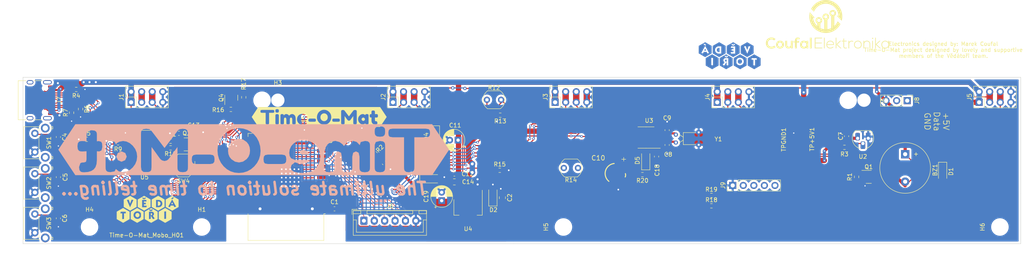
<source format=kicad_pcb>
(kicad_pcb (version 20211014) (generator pcbnew)
  (layers (0 "F.Cu" signal) (31 "B.Cu" signal) (34 "B.Paste" user) (35 "F.Paste" user) (36 "B.SilkS" user "B.Silkscreen") (37 "F.SilkS" user "F.Silkscreen") (38 "B.Mask" user) (39 "F.Mask" user) (44 "Edge.Cuts" user))
  (net 0 "")
  (net 1 "+5V")
  (net 2 "Net-(BZ1-Pad2)")
  (net 3 "+3V3")
  (net 4 "GND")
  (net 5 "/USB+Power/ESP_RST")
  (net 6 "BUTTON1")
  (net 7 "BUTTON2")
  (net 8 "BUTTON3")
  (net 9 "Net-(C8-Pad1)")
  (net 10 "Net-(C9-Pad1)")
  (net 11 "Net-(U3-Pad8)")
  (net 12 "WS2812")
  (net 13 "Net-(J1-Pad5)")
  (net 14 "Net-(J2-Pad5)")
  (net 15 "Net-(J3-Pad5)")
  (net 16 "Net-(J4-Pad5)")
  (net 17 "Net-(J5-Pad5)")
  (net 18 "TOUCH9")
  (net 19 "TOUCH8")
  (net 20 "TOUCH7")
  (net 21 "TOUCH6")
  (net 22 "TOUCH5")
  (net 24 "/USB+Power/D+")
  (net 25 "CC2")
  (net 26 "Net-(J7-PadA8)")
  (net 27 "/USB+Power/D-")
  (net 28 "CC1")
  (net 29 "Net-(J7-PadB8)")
  (net 30 "BUZZER")
  (net 31 "Net-(Q2-Pad1)")
  (net 32 "Net-(Q2-Pad2)")
  (net 33 "Net-(Q3-Pad1)")
  (net 34 "Net-(Q3-Pad2)")
  (net 35 "/USB+Power/ESP_GPIO0")
  (net 36 "TEMPERATURE")
  (net 37 "/USB+Power/ESP_RX")
  (net 38 "Net-(R8-Pad2)")
  (net 39 "/USB+Power/ESP_TX")
  (net 40 "Net-(R9-Pad2)")
  (net 41 "LIGHT1")
  (net 42 "LIGHT2")
  (net 43 "SCLK")
  (net 44 "CE")
  (net 52 "I2C_SCL")
  (net 55 "I2C_SDA")
  (net 57 "IO")
  (net 63 "Net-(Q4-Pad2)")
  (net 66 "Net-(D5-Pad1)")
  (footprint "Capacitor_SMD:C_0805_2012Metric" (layer "F.Cu") (at 41.0475 13.2025)
    (fp_text reference "C13")
    (fp_text value "10u")
  )
  (footprint "Capacitor_SMD:C_0805_2012Metric" (layer "F.Cu") (at 115.316 28.956 90)
    (fp_text reference "C2")
    (fp_text value "10u")
  )
  (footprint "Resistor_SMD:R_0603_1608Metric" (layer "F.Cu") (at 35.496 15.367 180)
    (fp_text reference "R11")
    (fp_text value "12K")
  )
  (footprint "Button_Switch_THT:SW_Tactile_SPST_Angled_PTS645Vx83-2LFS" (layer "F.Cu") (at 2.8625 37.375 90)
    (fp_text reference "SW3")
    (fp_text value "SW_SPST")
  )
  (footprint "Diode_SMD:D_MiniMELF" (layer "F.Cu") (at 99.2 14.2 -90)
    (fp_text reference "D4")
    (fp_text value "5V6")
  )
  (footprint "Connector_Wire:SolderWirePad_1x01_SMD_1x2mm" (layer "F.Cu") (at 187.8 15.6)
    (fp_text reference "TP+5V1")
    (fp_text value "TestPoint")
  )
  (footprint "Resistor_SMD:R_0603_1608Metric" (layer "F.Cu") (at 165.6 30.91)
    (fp_text reference "R18")
    (fp_text value "10K")
  )
  (footprint "Resistor_SMD:R_0603_1608Metric" (layer "F.Cu") (at 114.681 22.352)
    (fp_text reference "R15")
    (fp_text value "10K")
  )
  (footprint "Time-O-Mat_Library:Coufal_elektronika_text_30x13mm" (layer "F.Cu") (at 193.6 -12.2)
    (fp_text reference "G1" hide)
    (fp_text value "CoufalElektronika_logo" hide)
  )
  (footprint "Connector_USB:USB_C_Receptacle_HRO_TYPE-C-31-M-12" (layer "F.Cu") (at 2.74 5.5 -90)
    (fp_text reference "J7")
    (fp_text value "918-418K2023S40001")
  )
  (footprint "Button_Switch_THT:SW_Tactile_SPST_Angled_PTS645Vx83-2LFS" (layer "F.Cu") (at 2.8625 17.975 90)
    (fp_text reference "SW1")
    (fp_text value "SW_SPST")
  )
  (footprint "Package_SO:SOIC-16_3.9x9.9mm_P1.27mm" (layer "F.Cu") (at 29 17.8)
    (fp_text reference "U5")
    (fp_text value "CH340G")
  )
  (footprint "Time-O-Mat_Library:SM3R3703T01U" (layer "F.Cu") (at 143.6 23 180)
    (fp_text reference "C10")
    (fp_text value "70mF" hide)
  )
  (footprint "Capacitor_SMD:C_0603_1608Metric" (layer "F.Cu") (at 86.868 20.574 135)
    (fp_text reference "C3")
    (fp_text value "1u")
  )
  (footprint "Diode_SMD:D_SOD-123" (layer "F.Cu") (at 221.221 22.667 -90)
    (fp_text reference "D1")
    (fp_text value "B5819W")
  )
  (footprint "Resistor_SMD:R_0603_1608Metric" (layer "F.Cu") (at 114.8 9.1 180)
    (fp_text reference "R13")
    (fp_text value "10K")
  )
  (footprint "Connector_JST:JST_XH_B6B-XH-A_1x06_P2.50mm_Vertical" (layer "F.Cu") (at 82 34.5)
    (fp_text reference "J6")
    (fp_text value "Conn_01x06_Male")
  )
  (footprint "Package_TO_SOT_SMD:SOT-23" (layer "F.Cu") (at 50.1 4.9 90)
    (fp_text reference "Q4")
    (fp_text value "2N7002")
  )
  (footprint "Resistor_SMD:R_0603_1608Metric" (layer "F.Cu") (at 22.86 15.748)
    (fp_text reference "R9")
    (fp_text value "470R")
  )
  (footprint "Resistor_SMD:R_0603_1608Metric" (layer "F.Cu") (at 11.684 8.509 90)
    (fp_text reference "R7")
    (fp_text value "5K1")
  )
  (footprint "Connector_PinHeader_2.54mm:PinHeader_2x04_P2.54mm_Vertical" (layer "F.Cu") (at 167 6 90)
    (fp_text reference "J4")
    (fp_text value "Conn_02x04_Odd_Even")
  )
  (footprint "Package_TO_SOT_THT:TO-92_HandSolder" (layer "F.Cu") (at 203.314 14.654 180)
    (fp_text reference "U2")
    (fp_text value "DS18B20")
  )
  (footprint "Package_TO_SOT_SMD:SOT-23" (layer "F.Cu") (at 43.688 16.129)
    (fp_text reference "Q3")
    (fp_text value "S8050")
  )
  (footprint "Capacitor_SMD:C_0603_1608Metric" (layer "F.Cu") (at 152.4 19.05 -90)
    (fp_text reference "C18")
    (fp_text value "100n")
  )
  (footprint "Resistor_SMD:R_0603_1608Metric" (layer "F.Cu") (at 22.86 14.224)
    (fp_text reference "R8")
    (fp_text value "470R")
  )
  (footprint "MountingHole:MountingHole_3.2mm_M3" (layer "F.Cu") (at 235 36 90)
    (fp_text reference "H6")
    (fp_text value "MountingHole")
  )
  (footprint "Resistor_SMD:R_0603_1608Metric" (layer "F.Cu") (at 13.843 7.62 -90)
    (fp_text reference "R6")
    (fp_text value "5K1")
  )
  (footprint "Resistor_SMD:R_0603_1608Metric" (layer "F.Cu") (at 12.8 2.9)
    (fp_text reference "R4")
    (fp_text value "5K1")
  )
  (footprint "Resistor_SMD:R_0603_1608Metric" (layer "F.Cu") (at 53.1 4.8 -90)
    (fp_text reference "R17")
    (fp_text value "1K")
  )
  (footprint "Diode_SMD:D_MiniMELF" (layer "F.Cu") (at 98 24.4)
    (fp_text reference "D3")
    (fp_text value "3V3")
  )
  (footprint "Crystal:Crystal_DS26_D2.0mm_L6.0mm_Horizontal_1EP_style2" (layer "F.Cu") (at 157.036 15.682 90)
    (fp_text reference "Y1")
    (fp_text value "Crystal_GND2")
  )
  (footprint "Capacitor_SMD:C_0603_1608Metric" (layer "F.Cu") (at 8.509 33.909 90)
    (fp_text reference "C6")
    (fp_text value "100n")
  )
  (footprint "Connector_PinHeader_2.54mm:PinHeader_2x04_P2.54mm_Vertical" (layer "F.Cu") (at 128 6 90)
    (fp_text reference "J3")
    (fp_text value "Conn_02x04_Odd_Even")
  )
  (footprint "Capacitor_SMD:C_0603_1608Metric" (layer "F.Cu") (at 8.509 24.003 90)
    (fp_text reference "C5")
    (fp_text value "100n")
  )
  (footprint "Resistor_SMD:R_0603_1608Metric" (layer "F.Cu") (at 200.52 23.937 -90)
    (fp_text reference "R1")
    (fp_text value "10K")
  )
  (footprint "Resistor_SMD:R_0603_1608Metric" (layer "F.Cu") (at 149 23.4 180)
    (fp_text reference "R20")
    (fp_text value "100K")
  )
  (footprint "Diode_SMD:D_SOD-123" (layer "F.Cu") (at 113.03 28.702 90)
    (fp_text reference "D2")
    (fp_text value "B5819W")
  )
  (footprint "Resistor_SMD:R_0603_1608Metric" (layer "F.Cu") (at 84.708163 18.363363 -45)
    (fp_text reference "R2")
    (fp_text value "10K")
  )
  (footprint "Capacitor_THT:CP_Radial_D5.0mm_P2.00mm" (layer "F.Cu") (at 100.711 29.657113 90)
    (fp_text reference "C19")
    (fp_text value "100u")
  )
  (footprint "Capacitor_THT:CP_Radial_D5.0mm_P2.00mm" (layer "F.Cu") (at 104.655113 15.1 180)
    (fp_text reference "C11")
    (fp_text value "100u")
  )
  (footprint "Package_SO:SOIC-8_3.9x4.9mm_P1.27mm" (layer "F.Cu") (at 149.86 14.478 180)
    (fp_text reference "U3")
    (fp_text value "DS1302ZN+")
  )
  (footprint "MountingHole:MountingHole_3.2mm_M3" (layer "F.Cu") (at 130 36 90)
    (fp_text reference "H5")
    (fp_text value "MountingHole")
  )
  (footprint "Capacitor_SMD:C_0603_1608Metric" (layer "F.Cu") (at 198.107 14.158 90)
    (fp_text reference "C7")
    (fp_text value "100n")
  )
  (footprint "Connector_PinHeader_2.54mm:PinHeader_1x03_P2.54mm_Vertical" (layer "F.Cu") (at 212.7 5.6 -90)
    (fp_text reference "J8")
    (fp_text value "Conn_01x03")
  )
  (footprint "Package_TO_SOT_SMD:SOT-23" (layer "F.Cu") (at 203.441 23.937)
    (fp_text reference "Q1")
    (fp_text value "2N7002")
  )
  (footprint "Resistor_SMD:R_0603_1608Metric" (layer "F.Cu") (at 15.3 14.9)
    (fp_text reference "R5")
    (fp_text value "5K1")
  )
  (footprint "Resistor_SMD:R_0603_1608Metric" (layer "F.Cu") (at 197.599 16.825)
    (fp_text reference "R3")
    (fp_text value "4K7")
  )
  (footprint "Connector_PinHeader_2.54mm:PinHeader_2x04_P2.54mm_Vertical" (layer "F.Cu") (at 89 6 90)
    (fp_text reference "J2")
    (fp_text value "Conn_02x04_Odd_Even")
  )
  (footprint "MountingHole:MountingHole_3.2mm_M3" (layer "F.Cu") (at 43 36)
    (fp_text reference "H1")
    (fp_text value "MountingHole")
  )
  (footprint "Capacitor_SMD:C_0603_1608Metric" (layer "F.Cu") (at 37.4915 13.4565 180)
    (fp_text reference "C16")
    (fp_text value "100n")
  )
  (footprint "Capacitor_SMD:C_0603_1608Metric" (layer "F.Cu") (at 154.94 12.7 90)
    (fp_text reference "C9")
    (fp_text value "6pF")
  )
  (footprint "Time-O-Mat_Library:Vedatori_15mm" (layer "F.Cu") (at 29.972 31.75)
    (fp_text reference "G3" hide)
    (fp_text value "Vedatori_logo" hide)
  )
  (footprint "MountingHole:MountingHole_3.2mm_M3" (layer "F.Cu") (at 16 36)
    (fp_text reference "H4")
    (fp_text value "MountingHole")
  )
  (footprint "Diode_SMD:D_SOD-123" (layer "F.Cu") (at 149.8 20 90)
    (fp_text reference "D5")
    (fp_text value "B5819W")
  )
  (footprint "Time-O-Mat_Library:Buzzer_12x9.5RM6.6" (layer "F.Cu") (at 212.204 18.486 -90)
    (fp_text reference "BZ1")
    (fp_text value "Buzzer")
  )
  (footprint "Capacitor_SMD:C_0603_1608Metric" (layer "F.Cu") (at 74.93 31.623 180)
    (fp_text reference "C1")
    (fp_text value "100n")
  )
  (footprint "Resistor_SMD:R_0603_1608Metric" (layer "F.Cu") (at 50 7.7)
    (fp_text reference "R16")
    (fp_text value "1K")
  )
  (footprint "Package_TO_SOT_SMD:SOT-23" (layer "F.Cu") (at 39.37 16.129 180)
    (fp_text reference "Q2")
    (fp_text value "S8050")
  )
  (footprint "Button_Switch_SMD:SW_SPST_TL3342" (layer "F.Cu") (at 38.6 21.2 180)
    (fp_text reference "SW4")
    (fp_text value "SW_SPST")
  )
  (footprint "Resistor_SMD:R_0603_1608Metric" (layer "F.Cu") (at 165.6 28.4)
    (fp_text reference "R19")
    (fp_text value "10K")
  )
  (footprint "MountingHole:MountingHole_3.2mm_M3" (layer "F.Cu") (at 202.3 5.5)
    (fp_text reference "H2")
    (fp_text value "MountingHole")
  )
  (footprint "kibuzzard-61E8891A" (layer "F.Cu") (at 71.247 9.525)
    (fp_text reference "kibuzzard-61E8891A" hide)
    (fp_text value "G***" hide)
  )
  (footprint "RF_Module:ESP32-WROOM-32" (layer "F.Cu") (at 63.246 23.368 180)
    (fp_text reference "U1")
    (fp_text value "ESP32-WROOM-32D")
  )
  (footprint "Package_TO_SOT_SMD:SOT-223-3_TabPin2" (layer "F.Cu") (at 107.061 31.242 -90)
    (fp_text reference "U4")
    (fp_text value "AMS1117-3.3")
  )
  (footprint "Connector_PinHeader_2.54mm:PinHeader_2x04_P2.54mm_Vertical" (layer "F.Cu") (at 26 6 90)
    (fp_text reference "J1")
    (fp_text value "Conn_02x04_Odd_Even")
  )
  (footprint "Capacitor_SMD:C_0603_1608Metric" (layer "F.Cu") (at 154.94 16.269 -90)
    (fp_text reference "C8")
    (fp_text value "6pF")
  )
  (footprint "Capacitor_SMD:C_0805_2012Metric" (layer "F.Cu") (at 103.759 25.146 180)
    (fp_text reference "C14")
    (fp_text value "10u")
  )
  (footprint "Connector_PinHeader_2.54mm:PinHeader_1x05_P2.54mm_Vertical" (layer "F.Cu") (at 170.72 26 90)
    (fp_text reference "J9")
    (fp_text value "Conn_01x05_Male")
  )
  (footprint "Connector_PinHeader_2.54mm:PinHeader_2x04_P2.54mm_Vertical" (layer "F.Cu") (at 230 6 90)
    (fp_text reference "J5")
    (fp_text value "Conn_02x04_Odd_Even")
  )
  (footprint "Button_Switch_THT:SW_Tactile_SPST_Angled_PTS645Vx83-2LFS" (layer "F.Cu") (at 2.8625 27.675 90)
    (fp_text reference "SW2")
    (fp_text value "SW_SPST")
  )
  (footprint "Capacitor_SMD:C_0603_1608Metric" (layer "F.Cu") (at 8.509 14.351 90)
    (fp_text reference "C4")
    (fp_text value "100n")
  )
  (footprint "Capacitor_SMD:C_0603_1608Metric" (layer "F.Cu") (at 103.759 23.241 180)
    (fp_text reference "C12")
    (fp_text value "100n")
  )
  (footprint "Resistor_SMD:R_0603_1608Metric" (layer "F.Cu") (at 35.496 16.967 180)
    (fp_text reference "R10")
    (fp_text value "12K")
  )
  (footprint "Connector_Wire:SolderWirePad_1x01_SMD_1x2mm" (layer "F.Cu") (at 185.44 15.6)
    (fp_text reference "TPGND1")
    (fp_text value "TestPoint")
  )
  (footprint "OptoDevice:R_LDR_5.1x4.3mm_P3.4mm_Vertical" (layer "F.Cu") (at 133.5 21.8 180)
    (fp_text reference "R14")
    (fp_text value "R_Photo")
  )
  (footprint "OptoDevice:R_LDR_5.1x4.3mm_P3.4mm_Vertical" (layer "F.Cu") (at 111.6 5.4)
    (fp_text reference "R12")
    (fp_text value "R_Photo")
  )
  (footprint "MountingHole:MountingHole_3.2mm_M3" (layer "F.Cu") (at 61.3 5.5)
    (fp_text reference "H3")
    (fp_text value "MountingHole")
  )
  (footprint "kibuzzard-61E88A0E" (layer "B.Cu") (at 55.499 17.399 180)
    (fp_text reference "kibuzzard-61E88A0E" hide)
    (fp_text value "G***" hide)
  )
  (footprint "Time-O-Mat_Library:Vedatori_copper_exposed_15mm" (layer "B.Cu") (at 170 -5.2 180)
    (fp_text reference "G2" hide)
    (fp_text value "Vedatori_logo" hide)
  )
  (gr_line (start 0 40) (end 118 40) (layer "Edge.Cuts") (width 0.1))
  (gr_line (start 118 40) (end 240 40) (layer "Edge.Cuts") (width 0.1))
  (gr_line (start 240 28) (end 240 0) (layer "Edge.Cuts") (width 0.1))
  (gr_line (start 240 40) (end 240 28) (layer "Edge.Cuts") (width 0.1))
  (gr_line (start 0 24) (end 0 0) (layer "Edge.Cuts") (width 0.1))
  (gr_line (start 0 0) (end 240 0) (layer "Edge.Cuts") (width 0.1))
  (gr_line (start 0 24) (end 0 40) (layer "Edge.Cuts") (width 0.1))
  (gr_text "The ultimate solution to time telling..." (at 53.213 26.797) (layer "B.SilkS") (effects (font (size 3 3) (thickness 0.6) italic) (justify mirror)))
  (gr_text "+5V\nData\nGND" (at 219.8 10.6 270) (layer "F.SilkS") (effects (font (size 1.4 1.4))))
  (gr_text "Electronics designed by: Marek Coufal\nTime-O-Mat project designed by lovely and supportive\nmembers of the Vědátoři team." (at 221.4 -6.6) (layer "F.SilkS") (effects (font (size 0.9 0.9))))
  (gr_text "Time-O-Mat_Mobo_H01\n" (at 29.718 37.973) (layer "F.SilkS") (effects (font (size 1 1))))
  (segment (start 221.221 21.017) (end 214.735 21.017) (width 0.254) (layer "F.Cu") (net 1))
  (segment (start 14.224 1.524) (end 14.59548 1.15252) (width 1.27) (layer "F.Cu") (net 1))
  (segment (start 104.65752 1.15252) (end 127.95252 1.15252) (width 1.27) (layer "F.Cu") (net 1))
  (segment (start 6.785 3.05) (end 6.094 3.05) (width 0.254) (layer "F.Cu") (net 1))
  (segment (start 8.56 7.95) (end 8.636 7.874) (width 0.254) (layer "F.Cu") (net 1))
  (segment (start 167 3.46) (end 167 1.2) (width 1.27) (layer "F.Cu") (net 1))
  (segment (start 128 3.46) (end 128 1.2) (width 1.27) (layer "F.Cu") (net 1))
  (segment (start 5.892102 7.95) (end 6.785 7.95) (width 0.254) (layer "F.Cu") (net 1))
  (segment (start 26 3.46) (end 26 1.4) (width 1.27) (layer "F.Cu") (net 1))
  (segment (start 5.503581 7.561479) (end 5.892102 7.95) (width 0.254) (layer "F.Cu") (net 1))
  (segment (start 212.204 18.486) (end 212.204 10.274) (width 0.762) (layer "F.Cu") (net 1))
  (segment (start 104.55 11.05) (end 104.761 10.839) (width 0.508) (layer "F.Cu") (net 1))
  (segment (start 89.04748 1.15252) (end 104.65752 1.15252) (width 1.27) (layer "F.Cu") (net 1))
  (segment (start 187.8 15.6) (end 187.8 13.3) (width 0.762) (layer "F.Cu") (net 1))
  (segment (start 6.094 3.05) (end 5.715 3.429) (width 0.254) (layer "F.Cu") (net 1))
  (segment (start 167.04748 1.15252) (end 227.69252 1.15252) (width 1.27) (layer "F.Cu") (net 1))
  (segment (start 26 6) (end 26 3.46) (width 1.524) (layer "F.Cu") (net 1))
  (segment (start 214.735 21.017) (end 212.204 18.486) (width 0.254) (layer "F.Cu") (net 1))
  (segment (start 5.715 3.429) (end 5.207 3.429) (width 0.254) (layer "F.Cu") (net 1))
  (segment (start 128 1.2) (end 127.95252 1.15252) (width 1.27) (layer "F.Cu") (net 1))
  (segment (start 104.761 1.256) (end 104.65752 1.15252) (width 1.27) (layer "F.Cu") (net 1))
  (segment (start 89 6) (end 89 3.46) (width 1.524) (layer "F.Cu") (net 1))
  (segment (start 89 1.2) (end 89.04748 1.15252) (width 1.27) (layer "F.Cu") (net 1))
  (segment (start 227.69252 1.15252) (end 230 3.46) (width 1.27) (layer "F.Cu") (net 1))
  (segment (start 14.59548 1.15252) (end 25.75252 1.15252) (width 1.27) (layer "F.Cu") (net 1))
  (segment (start 6.785 7.95) (end 8.56 7.95) (width 0.254) (layer "F.Cu") (net 1))
  (segment (start 128 6) (end 128 3.46) (width 1.524) (layer "F.Cu") (net 1))
  (segment (start 5.275479 7.561479) (end 5.503581 7.561479) (width 0.254) (layer "F.Cu") (net 1))
  (segment (start 127.95252 1.15252) (end 167.04748 1.15252) (width 1.27) (layer "F.Cu") (net 1))
  (segment (start 89 3.46) (end 89 1.2) (width 1.27) (layer "F.Cu") (net 1))
  (segment (start 6.785 3.05) (end 8.761 3.05) (width 0.508) (layer "F.Cu") (net 1))
  (segment (start 104.761 28.092) (end 104.761 10.839) (width 1.27) (layer "F.Cu") (net 1))
  (segment (start 8.761 3.05) (end 9.017 2.794) (width 0.508) (layer "F.Cu") (net 1))
  (segment (start 5.207 3.429) (end 4.699 3.937) (width 0.508) (layer "F.Cu") (net 1))
  (segment (start 104.761 10.839) (end 104.761 1.256) (width 1.27) (layer "F.Cu") (net 1))
  (segment (start 167 1.2) (end 167.04748 1.15252) (width 1.27) (layer "F.Cu") (net 1))
  (segment (start 26 9.225) (end 26 6) (width 0.254) (layer "F.Cu") (net 1))
  (segment (start 187.8 13.3) (end 187.8 3.6) (width 1.27) (layer "F.Cu") (net 1))
  (segment (start 212.204 10.274) (end 205.359 3.429) (width 0.762) (layer "F.Cu") (net 1))
  (segment (start 10.287 1.524) (end 14.224 1.524) (width 1.27) (layer "F.Cu") (net 1))
  (segment (start 4.699 6.985) (end 5.275479 7.561479) (width 0.508) (layer "F.Cu") (net 1))
  (segment (start 4.699 3.937) (end 4.699 6.985) (width 0.508) (layer "F.Cu") (net 1))
  (segment (start 25.75252 1.15252) (end 89.04748 1.15252) (width 1.27) (layer "F.Cu") (net 1))
  (segment (start 26 1.4) (end 25.75252 1.15252) (width 1.27) (layer "F.Cu") (net 1))
  (segment (start 9.017 2.794) (end 10.287 1.524) (width 1.27) (layer "F.Cu") (net 1))
  (segment (start 167 6) (end 167 3.46) (width 1.524) (layer "F.Cu") (net 1))
  (segment (start 222.2 6) (end 230 6) (width 1.27) (layer "F.Cu") (net 1))
  (via (at 187.8 3.6) (size 1) (drill 0.5) (layers "F.Cu" "B.Cu") (net 1))
  (via (at 9.017 2.794) (size 0.6) (drill 0.3) (layers "F.Cu" "B.Cu") (net 1))
  (via (at 17.51648 1.15252) (size 1) (drill 0.5) (layers "F.Cu" "B.Cu") (net 1))
  (via (at 14.59548 1.15252) (size 1) (drill 0.5) (layers "F.Cu" "B.Cu") (net 1))
  (via (at 8.636 7.874) (size 0.6) (drill 0.3) (layers "F.Cu" "B.Cu") (net 1))
  (via (at 205.359 3.429) (size 0.8) (drill 0.4) (layers "F.Cu" "B.Cu") (net 1))
  (via (at 15.99248 1.15252) (size 1) (drill 0.5) (layers "F.Cu" "B.Cu") (net 1))
  (segment (start 89 1.2) (end 88.95252 1.15252) (width 1.27) (layer "B.Cu") (net 1))
  (segment (start 8.636 3.175) (end 9.017 2.794) (width 0.762) (layer "B.Cu") (net 1))
  (segment (start 8.636 7.874) (end 8.636 3.175) (width 0.762) (layer "B.Cu") (net 1))
  (segment (start 227.69252 1.15252) (end 230 3.46) (width 1.27) (layer "B.Cu") (net 1))
  (segment (start 187.65252 1.15252) (end 205.36852 1.15252) (width 1.27) (layer "B.Cu") (net 1))
  (segment (start 167.44748 1.15252) (end 187.65252 1.15252) (width 1.27) (layer "B.Cu") (net 1))
  (segment (start 26 1.2) (end 25.95252 1.15252) (width 1.27) (layer "B.Cu") (net 1))
  (segment (start 205.359 1.16204) (end 205.36852 1.15252) (width 0.762) (layer "B.Cu") (net 1))
  (segment (start 230 3.46) (end 230 6) (width 1.27) (layer "B.Cu") (net 1))
  (segment (start 128 1.4) (end 127.75252 1.15252) (width 1.27) (layer "B.Cu") (net 1))
  (segment (start 187.8 3.6) (end 187.8 1.3) (width 1.27) (layer "B.Cu") (net 1))
  (segment (start 25.95252 1.15252) (end 88.95252 1.15252) (width 1.27) (layer "B.Cu") (net 1))
  (segment (start 187.8 1.3) (end 187.65252 1.15252) (width 1.27) (layer "B.Cu") (net 1))
  (segment (start 14.59548 1.15252) (end 25.95252 1.15252) (width 1.27) (layer "B.Cu") (net 1))
  (segment (start 167 3.46) (end 167 1.6) (width 1.27) (layer "B.Cu") (net 1))
  (segment (start 26 6) (end 26 1.2) (width 1.27) (layer "B.Cu") (net 1))
  (segment (start 88.95252 1.15252) (end 127.75252 1.15252) (width 1.27) (layer "B.Cu") (net 1))
  (segment (start 128 6) (end 128 1.4) (width 1.27) (layer "B.Cu") (net 1))
  (segment (start 205.36852 1.15252) (end 227.69252 1.15252) (width 1.27) (layer "B.Cu") (net 1))
  (segment (start 205.359 3.429) (end 205.359 1.16204) (width 0.762) (layer "B.Cu") (net 1))
  (segment (start 127.75252 1.15252) (end 167.44748 1.15252) (width 1.27) (layer "B.Cu") (net 1))
  (segment (start 167 1.6) (end 167.44748 1.15252) (width 1.27) (layer "B.Cu") (net 1))
  (segment (start 89 6) (end 89 1.2) (width 1.27) (layer "B.Cu") (net 1))
  (segment (start 210.055 23.937) (end 212.204 26.086) (width 0.762) (layer "F.Cu") (net 2))
  (segment (start 213.973 24.317) (end 212.204 26.086) (width 0.254) (layer "F.Cu") (net 2))
  (segment (start 221.221 24.317) (end 213.973 24.317) (width 0.254) (layer "F.Cu") (net 2))
  (segment (start 204.3785 23.937) (end 210.055 23.937) (width 0.762) (layer "F.Cu") (net 2))
  (segment (start 107.188 16.002) (end 110.236 12.954) (width 1.27) (layer "F.Cu") (net 3))
  (segment (start 75.946 31.623) (end 76.342422 31.226578) (width 0.508) (layer "F.Cu") (net 3))
  (segment (start 26.525 17.165) (end 28.035 17.165) (width 0.508) (layer "F.Cu") (net 3))
  (segment (start 196.697 14.933) (end 195.554 14.933) (width 0.762) (layer "F.Cu") (net 3))
  (segment (start 159.131 9.144) (end 160.782 10.795) (width 1.27) (layer "F.Cu") (net 3))
  (segment (start 169 17) (end 172 20) (width 1.27) (layer "F.Cu") (net 3))
  (segment (start 149.8 17.2) (end 150.617 16.383) (width 0.508) (layer "F.Cu") (net 3))
  (segment (start 105.772979 13.027021) (end 105.772979 26.803979) (width 0.254) (layer "F.Cu") (net 3))
  (segment (start 48.781073 13.190305) (end 49.515716 13.190305) (width 0.762) (layer "F.Cu") (net 3))
  (segment (start 149.733 15.24) (end 149.733 11.049) (width 0.508) (layer "F.Cu") (net 3))
  (segment (start 50.26852 12.437501) (end 50.275717 12.437501) (width 0.762) (layer "F.Cu") (net 3))
  (segment (start 160.782 10.795) (end 165.595 10.795) (width 1.27) (layer "F.Cu") (net 3))
  (segment (start 42.923 11.3) (end 44.805445 13.182445) (width 0.762) (layer "F.Cu") (net 3))
  (segment (start 29 14.2) (end 29.845 13.355) (width 0.508) (layer "F.Cu") (net 3))
  (segment (start 196.774 16.825) (end 196.774 15.01) (width 0.254) (layer "F.Cu") (net 3))
  (segment (start 96.25 24.55) (end 94.436 26.364) (width 0.508) (layer "F.Cu") (net 3))
  (segment (start 196.774 15.01) (end 196.697 14.933) (width 0.254) (layer "F.Cu") (net 3))
  (segment (start 77.978 36.703) (end 79.629 38.354) (width 0.762) (layer "F.Cu") (net 3))
  (segment (start 40.0975 13.2025) (end 39.9 13.4) (width 0.508) (layer "F.Cu") (net 3))
  (segment (start 75.468844 30.353) (end 75.897922 30.782078) (width 0.762) (layer "F.Cu") (net 3))
  (segment (start 44.805445 13.182445) (end 48.773213 13.182445) (width 0.762) (layer "F.Cu") (net 3))
  (segment (start 38.323 13.4) (end 38.2665 13.4565) (width 0.508) (layer "F.Cu") (net 3))
  (segment (start 152.335 18.21) (end 152.4 18.275) (width 0.508) (layer "F.Cu") (net 3))
  (segment (start 105.772979 26.803979) (end 107.061 28.092) (width 0.254) (layer "F.Cu") (net 3))
  (segment (start 79.629 38.354) (end 97.79 38.354) (width 0.762) (layer "F.Cu") (net 3))
  (segment (start 152.335 16.383) (end 150.876 16.383) (width 0.508) (layer "F.Cu") (net 3))
  (segment (start 151.638 9.144) (end 159.131 9.144) (width 1.27) (layer "F.Cu") (net 3))
  (segment (start 76.342422 31.226578) (end 77.978 32.862156) (width 0.762) (layer "F.Cu") (net 3))
  (segment (start 49.515716 13.190305) (end 50.26852 12.437501) (width 0.762) (layer "F.Cu") (net 3))
  (segment (start 75.705 30.975) (end 75.897922 30.782078) (width 0.508) (layer "F.Cu") (net 3))
  (segment (start 165.595 10.795) (end 169 14.2) (width 1.27) (layer "F.Cu") (net 3))
  (segment (start 52.299218 10.414) (end 78.486 10.414) (width 0.762) (layer "F.Cu") (net 3))
  (segment (start 84.1248 17.78) (end 84.9884 16.9164) (width 0.254) (layer "F.Cu") (net 3))
  (segment (start 200.774 14.654) (end 198.386 14.654) (width 0.762) (layer "F.Cu") (net 3))
  (segment (start 132.879218 12.954) (end 134.784218 11.049) (width 1.27) (layer "F.Cu") (net 3))
  (segment (start 78.486 10.414) (end 84.9884 16.9164) (width 0.762) (layer "F.Cu") (net 3))
  (segment (start 195.554 14.933) (end 192.773 17.714) (width 0.762) (layer "F.Cu") (net 3))
  (segment (start 172 20) (end 192.773 20) (width 1.27) (layer "F.Cu") (net 3))
  (segment (start 29 16.2) (end 29 14.2) (width 0.508) (layer "F.Cu") (net 3))
  (segment (start 34.928 11.3) (end 42.923 11.3) (width 0.762) (layer "F.Cu") (net 3))
  (segment (start 29.845 13.355) (end 31.475 13.355) (width 0.508) (layer "F.Cu") (net 3))
  (segment (start 150.876 16.383) (end 149.733 15.24) (width 0.508) (layer "F.Cu") (net 3))
  (segment (start 107.188 19.9285) (end 107.188 16.002) (width 1.27) (layer "F.Cu") (net 3))
  (segment (start 111.6 7.2) (end 105.772979 13.027021) (width 0.254) (layer "F.Cu") (net 3))
  (segment (start 75.705 31.623) (end 75.705 30.975) (width 0.508) (layer "F.Cu") (net 3))
  (segment (start 39.9 13.4) (end 38.323 13.4) (width 0.508) (layer "F.Cu") (net 3))
  (segment (start 50.275717 12.437501) (end 52.299218 10.414) (width 0.762) (layer "F.Cu") (net 3))
  (segment (start 152.335 16.383) (end 152.335 18.21) (width 0.508) (layer "F.Cu") (net 3))
  (segment (start 84.9884 16.9164) (end 94.436 26.364) (width 0.762) (layer "F.Cu") (net 3))
  (segment (start 77.978 32.862156) (end 77.978 36.703) (width 0.762) (layer "F.Cu") (net 3))
  (segment (start 33.273 12.955) (end 34.928 11.3) (width 0.762) (layer "F.Cu") (net 3))
  (segment (start 150.617 16.383) (end 150.876 16.383) (width 0.508) (layer "F.Cu") (net 3))
  (segment (start 107.061 23.8865) (end 108.077 22.8705) (width 1.27) (layer "F.Cu") (net 3))
  (segment (start 71.746 30.353) (end 75.468844 30.353) (width 0.762) (layer "F.Cu") (net 3))
  (segment (start 75.705 31.623) (end 75.946 31.623) (width 0.508) (layer "F.Cu") (net 3))
  (segment (start 198.386 14.654) (end 198.107 14.933) (width 0.762) (layer "F.Cu") (net 3))
  (segment (start 110.236 12.954) (end 132.879218 12.954) (width 1.27) (layer "F.Cu") (net 3))
  (segment (start 149.8 18.35) (end 149.8 17.2) (width 0.508) (layer "F.Cu") (net 3))
  (segment (start 111.6 5.4) (end 111.6 7.2) (width 0.254) (layer "F.Cu") (net 3))
  (segment (start 28.035 17.165) (end 29 16.2) (width 0.508) (layer "F.Cu") (net 3))
  (segment (start 169 14.2) (end 169 17) (width 1.27) (layer "F.Cu") (net 3))
  (segment (start 108.077 20.8175) (end 107.188 19.9285) (width 1.27) (layer "F.Cu") (net 3))
  (segment (start 48.773213 13.182445) (end 48.781073 13.190305) (width 0.762) (layer "F.Cu") (net 3))
  (segment (start 96.25 24.4) (end 96.25 24.55) (width 0.508) (layer "F.Cu") (net 3))
  (segment (start 107.061 28.092) (end 107.061 23.8865) (width 1.27) (layer "F.Cu") (net 3))
  (segment (start 198.107 14.933) (end 196.697 14.933) (width 0.762) (layer "F.Cu") (net 3))
  (segment (start 94.436 26.364) (end 97.663 29.591) (width 0.762) (layer "F.Cu") (net 3))
  (segment (start 134.784218 11.049) (end 149.733 11.049) (width 1.27) (layer "F.Cu") (net 3))
  (segment (start 149.733 11.049) (end 151.638 9.144) (width 1.27) (layer "F.Cu") (net 3))
  (segment (start 75.897922 30.782078) (end 76.342422 31.226578) (width 0.762) (layer "F.Cu") (net 3))
  (via (at 192.773 20) (size 0.6) (drill 0.3) (layers "F.Cu" "B.Cu") (net 3))
  (via (at 108.077 22.8705) (size 1.4) (drill 0.7) (layers "F.Cu" "B.Cu") (net 3))
  (via (at 108.077 20.8175) (size 1.4) (drill 0.7) (layers "F.Cu" "B.Cu") (net 3))
  (via (at 192.773 17.714) (size 0.6) (drill 0.3) (layers "F.Cu" "B.Cu") (net 3))
  (segment (start 192.773 17.714) (end 192.773 20) (width 0.762) (layer "B.Cu") (net 3))
  (segment (start 108.077 22.8705) (end 108.077 20.8175) (width 1.27) (layer "B.Cu") (net 3))
  (segment (start 154.94 11.925) (end 154.94 10.668) (width 0.508) (layer "F.Cu") (net 4))
  (segment (start 102.984 23.99) (end 102.984 24.971) (width 0.762) (layer "F.Cu") (net 4))
  (segment (start 84.0105 26.8605) (end 82.9945 25.8445) (width 0.254) (layer "F.Cu") (net 4))
  (segment (start 8.509 34.684) (end 8.509 35.941) (width 0.254) (layer "F.Cu") (net 4))
  (segment (start 185.44 13.44) (end 185.4 13.4) (width 0.254) (layer "F.Cu") (net 4))
  (segment (start 76.2635 24.7015) (end 75.2475 23.6855) (width 0.254) (layer "F.Cu") (net 4))
  (segment (start 89.916 30.099) (end 88.9 29.083) (width 0.254) (layer "F.Cu") (net 4))
  (segment (start 81.153 29.591) (end 80.899 29.337) (width 0.254) (layer "F.Cu") (net 4))
  (segment (start 200.645 24.887) (end 200.52 24.762) (width 0.762) (layer "F.Cu") (net 4))
  (segment (start 90.932 31.115) (end 89.916 30.099) (width 0.254) (layer "F.Cu") (net 4))
  (segment (start 26.525 13.355) (end 24.639 13.355) (width 0.508) (layer "F.Cu") (net 4))
  (segment (start 84.963 27.813) (end 84.0105 26.8605) (width 0.254) (layer "F.Cu") (net 4))
  (segment (start 82.9945 25.8445) (end 82.042 24.892) (width 0.254) (layer "F.Cu") (net 4))
  (segment (start 143.146 24.869) (end 143.146 26.946) (width 0.508) (layer "F.Cu") (net 4))
  (segment (start 102.984 23.99) (end 101.359 23.99) (width 0.762) (layer "F.Cu") (net 4))
  (segment (start 109.361 24.525) (end 109.361 28.092) (width 1.524) (layer "F.Cu") (net 4))
  (segment (start 113.03 27.052) (end 113.03 25.781) (width 0.508) (layer "F.Cu") (net 4))
  (segment (start 24.639 13.355) (end 24.638 13.354) (width 0.508) (layer "F.Cu") (net 4))
  (segment (start 113.975 10.575) (end 114 10.6) (width 0.25) (layer "F.Cu") (net 4))
  (segment (start 81.026 23.876) (end 79.883 22.733) (width 0.254) (layer "F.Cu") (net 4))
  (segment (start 54.746 31.623) (end 57.023 31.623) (width 0.762) (layer "F.Cu") (net 4))
  (segment (start 109.347 24.511) (end 109.361 24.525) (width 1.524) (layer "F.Cu") (net 4))
  (segment (start 102.984 24.971) (end 102.809 25.146) (width 0.762) (layer "F.Cu") (net 4))
  (segment (start 8.509 24.778) (end 8.509 26.162) (width 0.254) (layer "F.Cu") (net 4))
  (segment (start 79.8195 28.2575) (end 78.6765 27.1145) (width 0.254) (layer "F.Cu") (net 4))
  (segment (start 8.509 15.126) (end 8.509 16.51) (width 0.254) (layer "F.Cu") (net 4))
  (segment (start 202.5035 26.0475) (end 202.552 26.096) (width 0.762) (layer "F.Cu") (net 4))
  (segment (start 68.961 14.113) (end 68.961 16.383) (width 0.762) (layer "F.Cu") (net 4))
  (segment (start 41.9975 13.2025) (end 43.3335 13.2025) (width 0.508) (layer "F.Cu") (net 4))
  (segment (start 36.7165 13.4565) (end 35.3325 13.4565) (width 0.508) (layer "F.Cu") (net 4))
  (segment (start 196.723 13.383) (end 196.71 13.396) (width 0.508) (layer "F.Cu") (net 4))
  (segment (start 78.74 21.59) (end 77.724 20.574) (width 0.254) (layer "F.Cu") (net 4))
  (segment (start 77.724 20.574) (end 76.3905 19.2405) (width 0.254) (layer "F.Cu") (net 4))
  (segment (start 80.899 29.337) (end 79.8195 28.2575) (width 0.254) (layer "F.Cu") (net 4))
  (segment (start 13.843 8.445) (end 13.843 9.525) (width 0.254) (layer "F.Cu") (net 4))
  (segment (start 77.47 25.908) (end 76.2635 24.7015) (width 0.254) (layer "F.Cu") (net 4))
  (segment (start 71.746 31.623) (end 69.596 31.623) (width 0.762) (layer "F.Cu") (net 4))
  (segment (start 198.107 13.383) (end 196.723 13.383) (width 0.508) (layer "F.Cu") (net 4))
  (segment (start 76.3905 19.2405) (end 76.327 19.177) (width 0.254) (layer "F.Cu") (net 4))
  (segment (start 7.529 2.25) (end 8.382 1.397) (width 0.508) (layer "F.Cu") (net 4))
  (segment (start 74.155 31.623) (end 71.746 31.623) (width 0.508) (layer "F.Cu") (net 4))
  (segment (start 85.852 28.702) (end 84.963 27.813) (width 0.254) (layer "F.Cu") (net 4))
  (segment (start 82.042 24.892) (end 81.026 23.876) (width 0.254) (layer "F.Cu") (net 4))
  (segment (start 99.75 24.4) (end 100.949 24.4) (width 0.508) (layer "F.Cu") (net 4))
  (segment (start 185.44 15.6) (end 185.44 13.44) (width 0.508) (layer "F.Cu") (net 4))
  (segment (start 88.9 29.083) (end 88.519 28.702) (width 0.254) (layer "F.Cu") (net 4))
  (segment (start 100.949 24.4) (end 101.346 24.003) (width 0.508) (layer "F.Cu") (net 4))
  (segment (start 13.4 14.9) (end 14.475 14.9) (width 0.254) (layer "F.Cu") (net 4))
  (segment (start 81.153 30.861) (end 81.153 29.591) (width 0.254) (layer "F.Cu") (net 4))
  (segment (start 143.146 26.946) (end 143.2 27) (width 0.508) (layer "F.Cu") (net 4))
  (segment (start 135.62 3.46) (end 135.62 6) (width 1.524) (layer "F.Cu") (net 4))
  (segment (start 113.975 9.1) (end 113.975 10.575) (width 0.25) (layer "F.Cu") (net 4))
  (segment (start 101.359 23.99) (end 101.346 24.003) (width 0.762) (layer "F.Cu") (net 4))
  (segment (start 75.2475 23.6855) (end 75.184 23.622) (width 0.254) (layer "F.Cu") (net 4))
  (segment (start 88.519 28.702) (end 87.63 28.702) (width 0.254) (layer "F.Cu") (net 4))
  (segment (start 202.5035 24.887) (end 200.645 24.887) (width 0.762) (layer "F.Cu") (net 4))
  (segment (start 115.316 28.006) (end 115.316 27.189428) (width 0.254) (layer "F.Cu") (net 4))
  (segment (start 8.369 8.75) (end 8.763 9.144) (width 0.508) (layer "F.Cu") (net 4))
  (segment (start 87.416008 21.122008) (end 88.392 22.098) (width 0.254) (layer "F.Cu") (net 4))
  (segment (start 14.9 2.9) (end 13.625 2.9) (width 0.254) (layer "F.Cu") (net 4))
  (segment (start 11.684 9.334) (end 11.684 10.541) (width 0.254) (layer "F.Cu") (net 4))
  (segment (start 115.316 27.189428) (end 114.929286 26.802714) (width 0.254) (layer "F.Cu") (net 4))
  (segment (start 115.506 22.352) (end 116.84 22.352) (width 0.254) (layer "F.Cu") (net 4))
  (segment (start 152.4 19.825) (end 152.4 21.209) (width 0.508) (layer "F.Cu") (net 4))
  (segment (start 6.785 2.25) (end 7.529 2.25) (width 0.508) (layer "F.Cu") (net 4))
  (segment (start 87.63 28.702) (end 86.106 28.702) (width 0.254) (layer "F.Cu") (net 4))
  (segment (start 78.6765 27.1145) (end 77.47 25.908) (width 0.254) (layer "F.Cu") (net 4))
  (segment (start 102.984 23.241) (end 102.984 23.99) (width 0.762) (layer "F.Cu") (net 4))
  (segment (start 152.335 12.573) (end 154.292 12.573) (width 0.508) (layer "F.Cu") (net 4))
  (segment (start 154.94 17.044) (end 154.94 18.415) (width 0.508) (layer "F.Cu") (net 4))
  (segment (start 75.184 23.622) (end 73.66 23.622) (width 0.254) (layer "F.Cu") (net 4))
  (segment (start 6.785 8.75) (end 8.369 8.75) (width 0.508) (layer "F.Cu") (net 4))
  (segment (start 202.5035 24.887) (end 202.5035 26.0475) (width 0.762) (layer "F.Cu") (net 4))
  (segment (start 154.292 12.573) (end 154.94 11.925) (width 0.508) (layer "F.Cu") (net 4))
  (segment (start 79.883 22.733) (end 78.74 21.59) (width 0.254) (layer "F.Cu") (net 4))
  (segment (start 86.106 28.702) (end 85.852 28.702) (width 0.254) (layer "F.Cu") (net 4))
  (via (at 65.278 24.13) (size 0.8) (drill 0.4) (layers "F.Cu" "B.Cu") (net 4))
  (via (at 79.883 22.733) (size 0.6) (drill 0.3) (layers "F.Cu" "B.Cu") (net 4))
  (via (at 88.9 29.083) (size 0.6) (drill 0.3) (layers "F.Cu" "B.Cu") (net 4))
  (via (at 43.3335 13.2025) (size 0.8) (drill 0.4) (layers "F.Cu" "B.Cu") (net 4))
  (via (at 90.932 31.115) (size 0.6) (drill 0.3) (layers "F.Cu" "B.Cu") (net 4))
  (via (at 79.8195 28.2575) (size 0.6) (drill 0.3) (layers "F.Cu" "B.Cu") (net 4))
  (via (at 84.0105 26.8605) (size 0.6) (drill 0.3) (layers "F.Cu" "B.Cu") (net 4))
  (via (at 66.294 22.098) (size 0.8) (drill 0.4) (layers "F.Cu" "B.Cu") (net 4))
  (via (at 81.026 23.876) (size 0.6) (drill 0.3) (layers "F.Cu" "B.Cu") (net 4))
  (via (at 65.278 26.162) (size 0.8) (drill 0.4) (layers "F.Cu" "B.Cu") (net 4))
  (via (at 109.360995 25.767005) (size 1) (drill 0.5) (layers "F.Cu" "B.Cu") (net 4))
  (via (at 65.278 25.146) (size 0.8) (drill 0.4) (layers "F.Cu" "B.Cu") (net 4))
  (via (at 87.63 28.702) (size 0.6) (drill 0.3) (layers "F.Cu" "B.Cu") (net 4))
  (via (at 64.262 24.13) (size 0.8) (drill 0.4) (layers "F.Cu" "B.Cu") (net 4))
  (via (at 66.294 26.162) (size 0.8) (drill 0.4) (layers "F.Cu" "B.Cu") (net 4))
  (via (at 84.963 27.813) (size 0.6) (drill 0.3) (layers "F.Cu" "B.Cu") (net 4))
  (via (at 64.262 26.162) (size 0.8) (drill 0.4) (layers "F.Cu" "B.Cu") (net 4))
  (via (at 63.246 22.098) (size 0.8) (drill 0.4) (layers "F.Cu" "B.Cu") (net 4))
  (via (at 24.638 13.354) (size 0.6) (drill 0.3) (layers "F.Cu" "B.Cu") (net 4))
  (via (at 66.294 24.13) (size 0.8) (drill 0.4) (layers "F.Cu" "B.Cu") (net 4))
  (via (at 101.346 24.003) (size 0.8) (drill 0.4) (layers "F.Cu" "B.Cu") (net 4))
  (via (at 63.246 24.13) (size 0.8) (drill 0.4) (layers "F.Cu" "B.Cu") (net 4))
  (via (at 8.509 16.51) (size 0.6) (drill 0.3) (layers "F.Cu" "B.Cu") (net 4))
  (via (at 78.74 21.59) (size 0.6) (drill 0.3) (layers "F.Cu" "B.Cu") (net 4))
  (via (at 152.4 21.209) (size 0.8) (drill 0.4) (layers "F.Cu" "B.Cu") (net 4))
  (via (at 81.153 30.861) (size 0.6) (drill 0.3) (layers "F.Cu" "B.Cu") (net 4))
  (via (at 62.23 26.162) (size 0.8) (drill 0.4) (layers "F.Cu" "B.Cu") (net 4))
  (via (at 143.2 27) (size 0.8) (drill 0.4) (layers "F.Cu" "B.Cu") (net 4))
  (via (at 64.262 25.146) (size 0.8) (drill 0.4) (layers "F.Cu" "B.Cu") (net 4))
  (via (at 8.509 35.941) (size 0.6) (drill 0.3) (layers "F.Cu" "B.Cu") (net 4))
  (via (at 154.94 10.668) (size 0.8) (drill 0.4) (layers "F.Cu" "B.Cu") (net 4))
  (via (at 202.552 26.096) (size 0.6) (drill 0.3) (layers "F.Cu" "B.Cu") (net 4))
  (via (at 8.509 26.162) (size 0.6) (drill 0.3) (layers "F.Cu" "B.Cu") (net 4))
  (via (at 66.294 23.114) (size 0.8) (drill 0.4) (layers "F.Cu" "B.Cu") (net 4))
  (via (at 75.2475 23.6855) (size 0.6) (drill 0.3) (layers "F.Cu" "B.Cu") (net 4))
  (via (at 77.724 20.574) (size 0.6) (drill 0.3) (layers "F.Cu" "B.Cu") (net 4))
  (via (at 114.929286 26.802714) (size 0.8) (drill 0.4) (layers "F.Cu" "B.Cu") (net 4))
  (via (at 13.843 9.525) (size 0.6) (drill 0.3) (layers "F.Cu" "B.Cu") (net 4))
  (via (at 80.899 29.337) (size 0.6) (drill 0.3) (layers "F.Cu" "B.Cu") (net 4))
  (via (at 82.9945 25.8445) (size 0.6) (drill 0.3) (layers "F.Cu" "B.Cu") (net 4))
  (via (at 114 10.6) (size 0.8) (drill 0.4) (layers "F.Cu" "B.Cu") (net 4))
  (via (at 65.278 22.098) (size 0.8) (drill 0.4) (layers "F.Cu" "B.Cu") (net 4))
  (via (at 62.23 23.114) (size 0.8) (drill 0.4) (layers "F.Cu" "B.Cu") (net 4))
  (via (at 62.23 22.098) (size 0.8) (drill 0.4) (layers "F.Cu" "B.Cu") (net 4))
  (via (at 86.106 28.702) (size 0.6) (drill 0.3) (layers "F.Cu" "B.Cu") (net 4))
  (via (at 73.66 23.622) (size 0.6) (drill 0.3) (layers "F.Cu" "B.Cu") (net 4))
  (via (at 154.94 18.415) (size 0.8) (drill 0.4) (layers "F.Cu" "B.Cu") (net 4))
  (via (at 8.382 1.397) (size 1) (drill 0.5) (layers "F.Cu" "B.Cu") (net 4))
  (via (at 76.3905 19.2405) (size 0.6) (drill 0.3) (layers "F.Cu" "B.Cu") (net 4))
  (via (at 62.23 25.146) (size 0.8) (drill 0.4) (layers "F.Cu" "B.Cu") (net 4))
  (via (at 185.4 13.4) (size 0.6) (drill 0.3) (layers "F.Cu" "B.Cu") (net 4))
  (via (at 64.262 22.098) (size 0.8) (drill 0.4) (layers "F.Cu" "B.Cu") (net 4))
  (via (at 69.596 31.623) (size 1.4) (drill 0.7) (layers "F.Cu" "B.Cu") (net 4))
  (via (at 13.4 14.9) (size 0.8) (drill 0.4) (layers "F.Cu" "B.Cu") (net 4))
  (via (at 68.961 16.383) (size 1.4) (drill 0.7) (layers "F.Cu" "B.Cu") (net 4))
  (via (at 109.347 24.511) (size 1) (drill 0.5) (layers "F.Cu" "B.Cu") (net 4))
  (via (at 64.262 23.114) (size 0.8) (drill 0.4) (layers "F.Cu" "B.Cu") (net 4))
  (via (at 89.916 30.099) (size 0.6) (drill 0.3) (layers "F.Cu" "B.Cu") (net 4))
  (via (at 88.392 22.098) (size 0.8) (drill 0.4) (layers "F.Cu" "B.Cu") (net 4))
  (via (at 82.042 24.892) (size 0.6) (drill 0.3) (layers "F.Cu" "B.Cu") (net 4))
  (via (at 66.294 25.146) (size 0.8) (drill 0.4) (layers "F.Cu" "B.Cu") (net 4))
  (via (at 65.278 23.114) (size 0.8) (drill 0.4) (layers "F.Cu" "B.Cu") (net 4))
  (via (at 76.2635 24.7015) (size 0.6) (drill 0.3) (layers "F.Cu" "B.Cu") (net 4))
  (via (at 8.763 9.144) (size 1) (drill 0.5) (layers "F.Cu" "B.Cu") (net 4))
  (via (at 113.03 25.781) (size 0.8) (drill 0.4) (layers "F.Cu" "B.Cu") (net 4))
  (via (at 63.246 26.162) (size 0.8) (drill 0.4) (layers "F.Cu" "B.Cu") (net 4))
  (via (at 63.246 25.146) (size 0.8) (drill 0.4) (layers "F.Cu" "B.Cu") (net 4))
  (via (at 78.6765 27.1145) (size 0.6) (drill 0.3) (layers "F.Cu" "B.Cu") (net 4))
  (via (at 11.684 10.541) (size 0.6) (drill 0.3) (layers "F.Cu" "B.Cu") (net 4))
  (via (at 116.84 22.352) (size 0.8) (drill 0.4) (layers "F.Cu" "B.Cu") (net 4))
  (via (at 63.246 23.114) (size 0.8) (drill 0.4) (layers "F.Cu" "B.Cu") (net 4))
  (via (at 57.023 31.623) (size 1.4) (drill 0.7) (layers "F.Cu" "B.Cu") (net 4))
  (via (at 77.47 25.908) (size 0.6) (drill 0.3) (layers "F.Cu" "B.Cu") (net 4))
  (via (at 196.71 13.396) (size 0.6) (drill 0.3) (layers "F.Cu" "B.Cu") (net 4))
  (via (at 14.9 2.9) (size 0.6) (drill 0.3) (layers "F.Cu" "B.Cu") (net 4))
  (via (at 62.23 24.13) (size 0.8) (drill 0.4) (layers "F.Cu" "B.Cu") (net 4))
  (via (at 35.3325 13.4565) (size 0.8) (drill 0.4) (layers "F.Cu" "B.Cu") (net 4))
  (segment (start 85.051948 20.256452) (end 98.06204 33.266544) (width 0.254) (layer "F.Cu") (net 5))
  (segment (start 75.917016 11.12152) (end 85.051948 20.256452) (width 0.254) (layer "F.Cu") (net 5))
  (segment (start 85.7504 19.558) (end 85.051948 20.256452) (width 0.254) (layer "F.Cu") (net 5))
  (segment (start 85.7504 19.4056) (end 85.7504 19.558) (width 0.254) (layer "F.Cu") (net 5))
  (segment (start 50.561581 13.145012) (end 50.568778 13.145012) (width 0.254) (layer "F.Cu") (net 5))
  (segment (start 45.453143 13.889956) (end 48.480152 13.889956) (width 0.254) (layer "F.Cu") (net 5))
  (segment (start 43.084059 16.25904) (end 45.453143 13.889956) (width 0.254) (layer "F.Cu") (net 5))
  (segment (start 78.68552 36.409936) (end 78.68552 32.569092) (width 0.254) (layer "F.Cu") (net 5))
  (segment (start 85.7504 19.4056) (end 85.291526 18.946726) (width 0.254) (layer "F.Cu") (net 5))
  (segment (start 48.480152 13.889956) (end 48.488013 13.897816) (width 0.254) (layer "F.Cu") (net 5))
  (segment (start 48.488013 13.897816) (end 49.808777 13.897816) (width 0.254) (layer "F.Cu") (net 5))
  (segment (start 49.808777 13.897816) (end 50.561581 13.145012) (width 0.254) (layer "F.Cu") (net 5))
  (segment (start 79.922064 37.64648) (end 78.68552 36.409936) (width 0.254) (layer "F.Cu") (net 5))
  (segment (start 78.68552 32.569092) (end 75.199428 29.083) (width 0.254) (layer "F.Cu") (net 5))
  (segment (start 98.06204 35.821456) (end 96.237016 37.64648) (width 0.254) (layer "F.Cu") (net 5))
  (segment (start 86.319992 20.025992) (end 86.319992 19.975192) (width 0.254) (layer "F.Cu") (net 5))
  (segment (start 38.56254 16.25904) (end 43.084059 16.25904) (width 0.254) (layer "F.Cu") (net 5))
  (segment (start 75.199428 29.083) (end 71.746 29.083) (width 0.254) (layer "F.Cu") (net 5))
  (segment (start 96.237016 37.64648) (end 79.922064 37.64648) (width 0.254) (layer "F.Cu") (net 5))
  (segment (start 38.4325 16.129) (end 38.56254 16.25904) (width 0.254) (layer "F.Cu") (net 5))
  (segment (start 86.319992 19.975192) (end 85.7504 19.4056) (width 0.254) (layer "F.Cu") (net 5))
  (segment (start 98.06204 33.266544) (end 98.06204 35.821456) (width 0.254) (layer "F.Cu") (net 5))
  (segment (start 52.59227 11.12152) (end 75.917016 11.12152) (width 0.254) (layer "F.Cu") (net 5))
  (segment (start 50.568778 13.145012) (end 52.59227 11.12152) (width 0.254) (layer "F.Cu") (net 5))
  (segment (start 8.366489 13.718511) (end 3.304511 13.718511) (width 0.254) (layer "F.Cu") (net 6))
  (segment (start 43.942 28.702) (end 42.672 29.972) (width 0.254) (layer "F.Cu") (net 6))
  (segment (start 9.31052 17.18452) (end 9.31052 14.37752) (width 0.254) (layer "F.Cu") (net 6))
  (segment (start 3.304511 13.718511) (end 3.048 13.462) (width 0.254) (layer "F.Cu") (net 6))
  (segment (start 54.746 21.463) (end 48.387 21.463) (width 0.254) (layer "F.Cu") (net 6))
  (segment (start 48.387 21.463) (end 43.942 25.908) (width 0.254) (layer "F.Cu") (net 6))
  (segment (start 42.672 29.972) (end 22.098 29.972) (width 0.254) (layer "F.Cu") (net 6))
  (segment (start 8.509 13.576) (end 8.366489 13.718511) (width 0.254) (layer "F.Cu") (net 6))
  (segment (start 22.098 29.972) (end 9.31052 17.18452) (width 0.254) (layer "F.Cu") (net 6))
  (segment (start 9.31052 14.37752) (end 8.509 13.576) (width 0.254) (layer "F.Cu") (net 6))
  (via (at 43.942 25.908) (size 0.6) (drill 0.3) (layers "F.Cu" "B.Cu") (net 6))
  (via (at 43.942 28.702) (size 0.6) (drill 0.3) (layers "F.Cu" "B.Cu") (net 6))
  (segment (start 43.942 25.908) (end 43.942 28.702) (width 0.254) (layer "B.Cu") (net 6))
  (segment (start 43.053 30.48) (end 44.831 28.702) (width 0.254) (layer "F.Cu") (net 7))
  (segment (start 2.979011 23.291511) (end 2.8625 23.175) (width 0.254) (layer "F.Cu") (net 7))
  (segment (start 17.272 30.48) (end 43.053 30.48) (width 0.254) (layer "F.Cu") (net 7))
  (segment (start 8.509 23.228) (end 10.02 23.228) (width 0.254) (layer "F.Cu") (net 7))
  (segment (start 8.509 23.228) (end 8.445489 23.291511) (width 0.254) (layer "F.Cu") (net 7))
  (segment (start 10.02 23.228) (end 17.272 30.48) (width 0.254) (layer "F.Cu") (net 7))
  (segment (start 8.445489 23.291511) (end 2.979011 23.291511) (width 0.254) (layer "F.Cu") (net 7))
  (segment (start 48.133 22.733) (end 44.958 25.908) (width 0.254) (layer "F.Cu") (net 7))
  (segment (start 54.746 22.733) (end 48.133 22.733) (width 0.254) (layer "F.Cu") (net 7))
  (via (at 44.958 25.908) (size 0.6) (drill 0.3) (layers "F.Cu" "B.Cu") (net 7))
  (via (at 44.831 28.702) (size 0.6) (drill 0.3) (layers "F.Cu" "B.Cu") (net 7))
  (segment (start 44.831 28.702) (end 44.958 28.575) (width 0.254) (layer "B.Cu") (net 7))
  (segment (start 44.958 28.575) (end 44.958 25.908) (width 0.254) (layer "B.Cu") (net 7))
  (segment (start 43.307 31.115) (end 10.528 31.115) (width 0.254) (layer "F.Cu") (net 8))
  (segment (start 45.72 28.702) (end 43.307 31.115) (width 0.254) (layer "F.Cu") (net 8))
  (segment (start 54.746 25.273) (end 46.482 25.273) (width 0.254) (layer "F.Cu") (net 8))
  (segment (start 10.528 31.115) (end 8.509 33.134) (width 0.254) (layer "F.Cu") (net 8))
  (segment (start 46.482 25.273) (end 45.847 25.908) (width 0.254) (layer "F.Cu") (net 8))
  (segment (start 3.1215 33.134) (end 2.8625 32.875) (width 0.254) (layer "F.Cu") (net 8))
  (segment (start 8.509 33.134) (end 3.1215 33.134) (width 0.254) (layer "F.Cu") (net 8))
  (via (at 45.72 28.702) (size 0.6) (drill 0.3) (layers "F.Cu" "B.Cu") (net 8))
  (via (at 45.847 25.908) (size 0.6) (drill 0.3) (layers "F.Cu" "B.Cu") (net 8))
  (segment (start 45.847 28.575) (end 45.72 28.702) (width 0.254) (layer "B.Cu") (net 8))
  (segment (start 45.847 25.908) (end 45.847 28.575) (width 0.254) (layer "B.Cu") (net 8))
  (segment (start 154.559 15.113) (end 154.94 15.494) (width 0.508) (layer "F.Cu") (net 9))
  (segment (start 152.335 15.113) (end 154.559 15.113) (width 0.508) (layer "F.Cu") (net 9))
  (segment (start 154.94 15.494) (end 156.848 15.494) (width 0.508) (layer "F.Cu") (net 9))
  (segment (start 156.848 15.494) (end 157.036 15.682) (width 0.508) (layer "F.Cu") (net 9))
  (segment (start 154.94 13.475) (end 156.729 13.475) (width 0.508) (layer "F.Cu") (net 10))
  (segment (start 156.729 13.475) (end 157.036 13.782) (width 0.508) (layer "F.Cu") (net 10))
  (segment (start 152.335 13.843) (end 154.572 13.843) (width 0.508) (layer "F.Cu") (net 10))
  (segment (start 154.572 13.843) (end 154.94 13.475) (width 0.508) (layer "F.Cu") (net 10))
  (segment (start 143.168379 20.245379) (end 144.054 21.131) (width 0.762) (layer "F.Cu") (net 11))
  (segment (start 147.385 16.383) (end 144.399 16.383) (width 0.762) (layer "F.Cu") (net 11))
  (segment (start 148.175 23.4) (end 148.175 23.375) (width 0.508) (layer "F.Cu") (net 11))
  (segment (start 148.175 23.375) (end 145.931 21.131) (width 0.508) (layer "F.Cu") (net 11))
  (segment (start 143.168379 17.613621) (end 143.168379 20.245379) (width 0.762) (layer "F.Cu") (net 11))
  (segment (start 144.399 16.383) (end 143.168379 17.613621) (width 0.762) (layer "F.Cu") (net 11))
  (segment (start 145.931 21.131) (end 144.054 21.131) (width 0.508) (layer "F.Cu") (net 11))
  (segment (start 35.306 8.89) (end 37.0055 7.1905) (width 0.254) (layer "F.Cu") (net 12))
  (segment (start 28.54 3.46) (end 28.54 6) (width 1.524) (layer "F.Cu") (net 12))
  (segment (start 86.995 4.318) (end 86.995 6.985) (width 0.254) (layer "F.Cu") (net 13))
  (segment (start 36.449 2.413) (end 85.09 2.413) (width 0.254) (layer "F.Cu") (net 13))
  (segment (start 35.687 3.175) (end 36.449 2.413) (width 0.254) (layer "F.Cu") (net 13))
  (segment (start 91.54 3.46) (end 91.54 6) (width 1.524) (layer "F.Cu") (net 13))
  (segment (start 89.793 7.747) (end 91.54 6) (width 0.254) (layer "F.Cu") (net 13))
  (segment (start 85.09 2.413) (end 86.995 4.318) (width 0.254) (layer "F.Cu") (net 13))
  (segment (start 32.446 7.366) (end 34.29 7.366) (width 0.254) (layer "F.Cu") (net 13))
  (segment (start 35.687 5.969) (end 35.687 3.175) (width 0.254) (layer "F.Cu") (net 13))
  (segment (start 31.08 3.46) (end 31.08 6) (width 1.524) (layer "F.Cu") (net 13))
  (segment (start 87.757 7.747) (end 89.793 7.747) (width 0.254) (layer "F.Cu") (net 13))
  (segment (start 34.29 7.366) (end 35.687 5.969) (width 0.254) (layer "F.Cu") (net 13))
  (segment (start 86.995 6.985) (end 87.757 7.747) (width 0.254) (layer "F.Cu") (net 13))
  (segment (start 31.08 6) (end 32.446 7.366) (width 0.254) (layer "F.Cu") (net 13))
  (segment (start 94.298511 6.414511) (end 95.377 7.493) (width 0.254) (layer "F.Cu") (net 14))
  (segment (start 95.377 7.493) (end 97.536 7.493) (width 0.254) (layer "F.Cu") (net 14))
  (segment (start 126.111 7.239) (end 127.127 8.255) (width 0.254) (layer "F.Cu") (net 14))
  (segment (start 94.08 4.418) (end 94.08 6) (width 1.524) (layer "F.Cu") (net 14))
  (segment (start 129.54 8.255) (end 130.54 7.255) (width 0.254) (layer "F.Cu") (net 14))
  (segment (start 106.299 2.667) (end 124.333 2.667) (width 0.254) (layer "F.Cu") (net 14))
  (segment (start 124.333 2.667) (end 126.111 4.445) (width 0.254) (layer "F.Cu") (net 14))
  (segment (start 97.536 7.493) (end 99.441 5.588) (width 0.254) (layer "F.Cu") (net 14))
  (segment (start 127.127 8.255) (end 129.54 8.255) (width 0.254) (layer "F.Cu") (net 14))
  (segment (start 130.54 7.255) (end 130.54 6) (width 0.254) (layer "F.Cu") (net 14))
  (segment (start 94.298511 4.636511) (end 94.298511 6.414511) (width 0.254) (layer "F.Cu") (net 14))
  (segment (start 94.08 4.418) (end 94.298511 4.636511) (width 0.254) (layer "F.Cu") (net 14))
  (segment (start 99.441 5.588) (end 102.489 2.54) (width 0.254) (layer "F.Cu") (net 14))
  (segment (start 102.489 2.54) (end 103.378 2.54) (width 0.254) (layer "F.Cu") (net 14))
  (segment (start 130.54 3.46) (end 130.54 6) (width 1.524) (layer "F.Cu") (net 14))
  (segment (start 126.111 4.445) (end 126.111 7.239) (width 0.254) (layer "F.Cu") (net 14))
  (segment (start 94.08 3.46) (end 94.08 4.418) (width 1.524) (layer "F.Cu") (net 14))
  (via (at 106.299 2.667) (size 0.8) (drill 0.4) (layers "F.Cu" "B.Cu") (net 14))
  (via (at 103.378 2.54) (size 0.8) (drill 0.4) (layers "F.Cu" "B.Cu") (net 14))
  (segment (start 103.378 2.54) (end 106.172 2.54) (width 0.254) (layer "B.Cu") (net 14))
  (segment (start 106.172 2.54) (end 106.299 2.667) (width 0.254) (layer "B.Cu") (net 14))
  (segment (start 138.303 6.858) (end 138.303 3.937) (width 0.254) (layer "F.Cu") (net 15))
  (segment (start 164.592 7.112) (end 165.989 8.509) (width 0.254) (layer "F.Cu") (net 15))
  (segment (start 162.052 2.54) (end 164.592 5.08) (width 0.254) (layer "F.Cu") (net 15))
  (segment (start 139.7 2.54) (end 162.052 2.54) (width 0.254) (layer "F.Cu") (net 15))
  (segment (start 133.08 6.842) (end 134.239 8.001) (width 0.254) (layer "F.Cu") (net 15))
  (segment (start 133.08 3.46) (end 133.08 6) (width 1.524) (layer "F.Cu") (net 15))
  (segment (start 164.592 5.08) (end 164.592 7.112) (width 0.254) (layer "F.Cu") (net 15))
  (segment (start 134.239 8.001) (end 137.16 8.001) (width 0.254) (layer "F.Cu") (net 15))
  (segment (start 169.54 7.371) (end 169.54 6) (width 0.254) (layer "F.Cu") (net 15))
  (segment (start 165.989 8.509) (end 168.402 8.509) (width 0.254) (layer "F.Cu") (net 15))
  (segment (start 138.303 3.937) (end 139.7 2.54) (width 0.254) (layer "F.Cu") (net 15))
  (segment (start 168.402 8.509) (end 169.54 7.371) (width 0.254) (layer "F.Cu") (net 15))
  (segment (start 133.08 6) (end 133.08 6.842) (width 0.254) (layer "F.Cu") (net 15))
  (segment (start 137.16 8.001) (end 138.303 6.858) (width 0.254) (layer "F.Cu") (net 15))
  (segment (start 169.54 3.46) (end 169.54 6) (width 1.524) (layer "F.Cu") (net 15))
  (segment (start 232.54 4.194) (end 232.54 6) (width 1.524) (layer "F.Cu") (net 16))
  (segment (start 172.08 6) (end 172.08 6.599) (width 0.254) (layer "F.Cu") (net 16))
  (segment (start 178.435 2.54) (end 225.552 2.54) (width 0.254) (layer "F.Cu") (net 16))
  (segment (start 172.08 6.599) (end 173.228 7.747) (width 0.254) (layer "F.Cu") (net 16))
  (segment (start 232.54 3.46) (end 232.54 4.194) (width 1.524) (layer "F.Cu") (net 16))
  (segment (start 176.022 7.747) (end 177.546 6.223) (width 0.254) (layer "F.Cu") (net 16))
  (segment (start 232.035 4.699) (end 232.54 4.194) (width 0.254) (layer "F.Cu") (net 16))
  (segment (start 225.552 2.54) (end 227.711 4.699) (width 0.254) (layer "F.Cu") (net 16))
  (segment (start 227.711 4.699) (end 232.035 4.699) (width 0.254) (layer "F.Cu") (net 16))
  (segment (start 173.228 7.747) (end 176.022 7.747) (width 0.254) (layer "F.Cu") (net 16))
  (segment (start 177.546 3.429) (end 178.435 2.54) (width 0.254) (layer "F.Cu") (net 16))
  (segment (start 172.08 3.46) (end 172.08 6) (width 1.524) (layer "F.Cu") (net 16))
  (segment (start 177.546 6.223) (end 177.546 3.429) (width 0.254) (layer "F.Cu") (net 16))
  (segment (start 235.08 6) (end 235.08 8.252) (width 0.254) (layer "F.Cu") (net 17))
  (segment (start 235.08 3.46) (end 235.08 6) (width 1.524) (layer "F.Cu") (net 17))
  (segment (start 235.08 8.252) (end 234.732 8.6) (width 0.254) (layer "F.Cu") (net 17))
  (segment (start 219.66 6.86) (end 219.66 6) (width 0.254) (layer "F.Cu") (net 17))
  (segment (start 221.4 8.6) (end 219.66 6.86) (width 0.254) (layer "F.Cu") (net 17))
  (segment (start 234.732 8.6) (end 221.4 8.6) (width 0.254) (layer "F.Cu") (net 17))
  (segment (start 81.788 28.956) (end 81.788 33.02) (width 0.127) (layer "F.Cu") (net 18))
  (segment (start 75.565 22.733) (end 81.788 28.956) (width 0.127) (layer "F.Cu") (net 18))
  (segment (start 71.746 22.733) (end 75.565 22.733) (width 0.127) (layer "F.Cu") (net 18))
  (segment (start 82 33.232) (end 82 34.5) (width 0.127) (layer "F.Cu") (net 18))
  (segment (start 81.788 33.02) (end 82 33.232) (width 0.127) (layer "F.Cu") (net 18))
  (segment (start 84.328 33.401) (end 84.54 33.613) (width 0.127) (layer "F.Cu") (net 19))
  (segment (start 71.746 21.463) (end 74.93 21.463) (width 0.127) (layer "F.Cu") (net 19))
  (segment (start 74.93 21.463) (end 84.328 30.861) (width 0.127) (layer "F.Cu") (net 19))
  (segment (start 84.328 30.861) (end 84.328 33.401) (width 0.127) (layer "F.Cu") (net 19))
  (segment (start 84.54 33.613) (end 84.54 34.5) (width 0.127) (layer "F.Cu") (net 19))
  (segment (start 86.868 31.242) (end 86.868 34.288) (width 0.127) (layer "F.Cu") (net 20))
  (segment (start 73.533 18.186) (end 73.533 19.304) (width 0.127) (layer "F.Cu") (net 20))
  (segment (start 71.746 17.653) (end 73 17.653) (width 0.127) (layer "F.Cu") (net 20))
  (segment (start 84.836 30.607) (end 86.233 30.607) (width 0.127) (layer "F.Cu") (net 20))
  (segment (start 86.233 30.607) (end 86.868 31.242) (width 0.127) (layer "F.Cu") (net 20))
  (segment (start 73.533 19.304) (end 84.836 30.607) (width 0.127) (layer "F.Cu") (net 20))
  (segment (start 86.868 34.288) (end 87.08 34.5) (width 0.127) (layer "F.Cu") (net 20))
  (segment (start 73 17.653) (end 73.533 18.186) (width 0.127) (layer "F.Cu") (net 20))
  (segment (start 89.408 32.198919) (end 87.054081 29.845) (width 0.127) (layer "F.Cu") (net 21))
  (segment (start 89.62 34.5) (end 89.62 33.613) (width 0.127) (layer "F.Cu") (net 21))
  (segment (start 87.054081 29.845) (end 84.836 29.845) (width 0.127) (layer "F.Cu") (net 21))
  (segment (start 89.62 33.613) (end 89.408 33.401) (width 0.127) (layer "F.Cu") (net 21))
  (segment (start 89.408 33.401) (end 89.408 32.198919) (width 0.127) (layer "F.Cu") (net 21))
  (segment (start 84.836 29.845) (end 74.041 19.05) (width 0.127) (layer "F.Cu") (net 21))
  (segment (start 74.041 17.551) (end 72.873 16.383) (width 0.127) (layer "F.Cu") (net 21))
  (segment (start 74.041 19.05) (end 74.041 17.551) (width 0.127) (layer "F.Cu") (net 21))
  (segment (start 72.873 16.383) (end 71.746 16.383) (width 0.127) (layer "F.Cu") (net 21))
  (segment (start 85.27148 29.51848) (end 88.06548 29.51848) (width 0.127) (layer "F.Cu") (net 22))
  (segment (start 72.873 15.113) (end 74.549 16.789) (width 0.127) (layer "F.Cu") (net 22))
  (segment (start 92.16 33.613) (end 92.16 34.5) (width 0.127) (layer "F.Cu") (net 22))
  (segment (start 88.06548 29.51848) (end 92.16 33.613) (width 0.127) (layer "F.Cu") (net 22))
  (segment (start 74.549 18.796) (end 85.27148 29.51848) (width 0.127) (layer "F.Cu") (net 22))
  (segment (start 71.746 15.113) (end 72.873 15.113) (width 0.127) (layer "F.Cu") (net 22))
  (segment (start 74.549 16.789) (end 74.549 18.796) (width 0.127) (layer "F.Cu") (net 22))
  (segment (start 8.255 5.842) (end 8.255 5.969) (width 0.2032) (layer "F.Cu") (net 24))
  (segment (start 22.804689 18.035) (end 23.735 18.035) (width 0.2032) (layer "F.Cu") (net 24))
  (segment (start 6.785 5.25) (end 7.917 5.25) (width 0.2032) (layer "F.Cu") (net 24))
  (segment (start 23.735 18.035) (end 23.935 18.035) (width 0.2032) (layer "F.Cu") (net 24))
  (segment (start 8.255 5.588) (end 8.255 5.842) (width 0.2032) (layer "F.Cu") (net 24))
  (segment (start 8.001 6.223) (end 6.812 6.223) (width 0.2032) (layer "F.Cu") (net 24))
  (segment (start 23.935 18.035) (end 24.335 18.435) (width 0.2032) (layer "F.Cu") (net 24))
  (segment (start 24.335 18.435) (end 26.525 18.435) (width 0.2032) (layer "F.Cu") (net 24))
  (segment (start 17.653 9.245895) (end 17.653 12.883311) (width 0.2032) (layer "F.Cu") (net 24))
  (segment (start 8.255 5.842) (end 14.249105 5.842) (width 0.2032) (layer "F.Cu") (net 24))
  (arc (start 17.653 12.883311) (mid 19.161895 16.526105) (end 22.804689 18.035) (width 0.2032) (layer "F.Cu") (net 24))
  (arc (start 6.812 6.223) (mid 6.792908 6.230908) (end 6.785 6.25) (width 0.2032) (layer "F.Cu") (net 24))
  (arc (start 8.255 5.969) (mid 8.180605 6.148605) (end 8.001 6.223) (width 0.2032) (layer "F.Cu") (net 24))
  (arc (start 14.249105 5.842) (mid 16.656022 6.838978) (end 17.653 9.245895) (width 0.2032) (layer "F.Cu") (net 24))
  (arc (start 7.917 5.25) (mid 8.156002 5.348998) (end 8.255 5.588) (width 0.2032) (layer "F.Cu") (net 24))
  (segment (start 10.12452 15.96652) (end 10.12452 7.20352) (width 0.254) (layer "F.Cu") (net 25))
  (segment (start 53.726873 12.02856) (end 51.381318 14.374115) (width 0.254) (layer "F.Cu") (net 25))
  (segment (start 97.155 33.642252) (end 75.541308 12.02856) (width 0.254) (layer "F.Cu") (net 25))
  (segment (start 7.81048 7.20352) (end 10.12452 7.20352) (width 0.254) (layer "F.Cu") (net 25))
  (segment (start 23.180041 25.350469) (end 23.160285 25.370225) (width 0.254) (layer "F.Cu") (net 25))
  (segment (start 97.155 35.445748) (end 97.155 33.642252) (width 0.254) (layer "F.Cu") (net 25))
  (segment (start 80.297772 36.73944) (end 95.861308 36.73944) (width 0.254) (layer "F.Cu") (net 25))
  (segment (start 73.942176 26.543) (end 79.59256 32.193384) (width 0.254) (layer "F.Cu") (net 25))
  (segment (start 43.315489 25.64849) (end 43.68249 25.281489) (width 0.254) (layer "F.Cu") (net 25))
  (segment (start 6.785 7.25) (end 7.764 7.25) (width 0.254) (layer "F.Cu") (net 25))
  (segment (start 79.59256 32.193384) (end 79.59256 36.034228) (width 0.254) (layer "F.Cu") (net 25))
  (segment (start 23.160285 25.370225) (end 19.528225 25.370225) (width 0.254) (layer "F.Cu") (net 25))
  (segment (start 25.024714 24.124286) (end 26.935428 26.035) (width 0.254) (layer "F.Cu") (net 25))
  (segment (start 50.583079 18.416921) (end 50.583079 16.172816) (width 0.254) (layer "F.Cu") (net 25))
  (segment (start 10.12452 7.20352) (end 11.20352 7.20352) (width 0.254) (layer "F.Cu") (net 25))
  (segment (start 95.861308 36.73944) (end 97.155 35.445748) (width 0.254) (layer "F.Cu") (net 25))
  (segment (start 43.718511 25.281489) (end 50.583079 18.416921) (width 0.254) (layer "F.Cu") (net 25))
  (segment (start 26.935428 26.035) (end 42.965 26.035) (width 0.254) (layer "F.Cu") (net 25))
  (segment (start 71.746 26.543) (end 73.942176 26.543) (width 0.254) (layer "F.Cu") (net 25))
  (segment (start 19.528225 25.370225) (end 10.12452 15.96652) (width 0.254) (layer "F.Cu") (net 25))
  (segment (start 11.20352 7.20352) (end 11.684 7.684) (width 0.254) (layer "F.Cu") (net 25))
  (segment (start 75.541308 12.02856) (end 53.726873 12.02856) (width 0.254) (layer "F.Cu") (net 25))
  (segment (start 79.59256 36.034228) (end 80.297772 36.73944) (width 0.254) (layer "F.Cu") (net 25))
  (segment (start 7.764 7.25) (end 7.81048 7.20352) (width 0.254) (layer "F.Cu") (net 25))
  (segment (start 42.965 26.035) (end 43.315489 25.684511) (width 0.254) (layer "F.Cu") (net 25))
  (segment (start 43.315489 25.684511) (end 43.315489 25.64849) (width 0.254) (layer "F.Cu") (net 25))
  (segment (start 43.68249 25.281489) (end 43.718511 25.281489) (width 0.254) (layer "F.Cu") (net 25))
  (via (at 51.381318 14.374115) (size 0.6) (drill 0.3) (layers "F.Cu" "B.Cu") (net 25))
  (via (at 50.583079 16.172816) (size 0.6) (drill 0.3) (layers "F.Cu" "B.Cu") (net 25))
  (via (at 25.024714 24.124286) (size 0.8) (drill 0.4) (layers "F.Cu" "B.Cu") (net 25))
  (via (at 23.180041 25.350469) (size 0.8) (drill 0.4) (layers "F.Cu" "B.Cu") (net 25))
  (segment (start 24.406224 24.124286) (end 23.180041 25.350469) (width 0.254) (layer "B.Cu") (net 25))
  (segment (start 51.381318 15.374577) (end 51.381318 14.374115) (width 0.254) (layer "B.Cu") (net 25))
  (segment (start 50.583079 16.172816) (end 51.381318 15.374577) (width 0.254) (layer "B.Cu") (net 25))
  (segment (start 25.024714 24.124286) (end 24.406224 24.124286) (width 0.254) (layer "B.Cu") (net 25))
  (segment (start 13.798 6.75) (end 13.843 6.795) (width 0.254) (layer "F.Cu") (net 26))
  (segment (start 6.785 6.75) (end 13.798 6.75) (width 0.254) (layer "F.Cu") (net 26))
  (segment (start 22.963709 17.399) (end 22.964709 17.4) (width 0.2032) (layer "F.Cu") (net 27))
  (segment (start 22.352496 17.358936) (end 22.75939 17.396641) (width 0.2032) (layer "F.Cu") (net 27))
  (segment (start 6.785 4.75) (end 5.791 4.75) (width 0.2032) (layer "F.Cu") (net 27))
  (segment (start 22.964709 17.4) (end 24.6 17.4) (width 0.2032) (layer "F.Cu") (net 27))
  (segment (start 28.3 19.3) (end 27.895 19.705) (width 0.2032) (layer "F.Cu") (net 27))
  (segment (start 15.323676 4.752525) (end 19.337782 8.766631) (width 0.2032) (layer "F.Cu") (net 27))
  (segment (start 13.809501 4.75) (end 14.028181 4.752525) (width 0.2032) (layer "F.Cu") (net 27))
  (segment (start 27.895 19.705) (end 26.525 19.705) (width 0.2032) (layer "F.Cu") (net 27))
  (segment (start 27.76612 17.76612) (end 28.3 18.3) (width 0.2032) (layer "F.Cu") (net 27))
  (segment (start 21.056932 17.283849) (end 21.950816 17.283849) (width 0.2032) (layer "F.Cu") (net 27))
  (segment (start 6.785 4.75) (end 13.809501 4.75) (width 0.2032) (layer "F.Cu") (net 27))
  (segment (start 28.3 18.3) (end 28.3 19.3) (width 0.2032) (layer "F.Cu") (net 27))
  (segment (start 21.950816 17.283849) (end 22.352496 17.358936) (width 0.2032) (layer "F.Cu") (net 27))
  (segment (start 14.028181 4.752525) (end 15.323676 4.752525) (width 0.2032) (layer "F.Cu") (net 27))
  (segment (start 24.96612 17.76612) (end 27.76612 17.76612) (width 0.2032) (layer "F.Cu") (net 27))
  (segment (start 19.337782 15.564699) (end 21.056932 17.283849) (width 0.2032) (layer "F.Cu") (net 27))
  (segment (start 5.461 5.08) (end 5.461 5.334) (width 0.2032) (layer "F.Cu") (net 27))
  (segment (start 24.6 17.4) (end 24.96612 17.76612) (width 0.2032) (layer "F.Cu") (net 27))
  (segment (start 5.842 5.715) (end 6.75 5.715) (width 0.2032) (layer "F.Cu") (net 27))
  (segment (start 22.75939 17.396641) (end 22.963709 17.399) (width 0.2032) (layer "F.Cu") (net 27))
  (segment (start 19.337782 8.766631) (end 19.337782 15.564699) (width 0.2032) (layer "F.Cu") (net 27))
  (arc (start 6.75 5.715) (mid 6.774749 5.725251) (end 6.785 5.75) (width 0.2032) (layer "F.Cu") (net 27))
  (arc (start 5.461 5.334) (mid 5.572592 5.603408) (end 5.842 5.715) (width 0.2032) (layer "F.Cu") (net 27))
  (arc (start 5.791 4.75) (mid 5.557655 4.846655) (end 5.461 5.08) (width 0.2032) (layer "F.Cu") (net 27))
  (segment (start 43.530657 24.827969) (end 49.79566 18.562966) (width 0.254) (layer "F.Cu") (net 28))
  (segment (start 24.892 22.86) (end 27.61348 25.58148) (width 0.254) (layer "F.Cu") (net 28))
  (segment (start 97.60852 35.633602) (end 97.60852 33.454398) (width 0.254) (layer "F.Cu") (net 28))
  (segment (start 18.101234 5.909234) (end 18.101234 6.153364) (width 0.254) (layer "F.Cu") (net 28))
  (segment (start 6.785 4.25) (end 16.442 4.25) (width 0.254) (layer "F.Cu") (net 28))
  (segment (start 16.442 4.25) (end 18.101234 5.909234) (width 0.254) (layer "F.Cu") (net 28))
  (segment (start 71.746 27.813) (end 74.570802 27.813) (width 0.254) (layer "F.Cu") (net 28))
  (segment (start 43.494636 24.827969) (end 43.530657 24.827969) (width 0.254) (layer "F.Cu") (net 28))
  (segment (start 22.473286 24.643714) (end 19.563714 24.643714) (width 0.254) (layer "F.Cu") (net 28))
  (segment (start 79.13904 36.222082) (end 80.109918 37.19296) (width 0.254) (layer "F.Cu") (net 28))
  (segment (start 27.61348 25.58148) (end 42.777146 25.58148) (width 0.254) (layer "F.Cu") (net 28))
  (segment (start 74.570802 27.813) (end 79.13904 32.381238) (width 0.254) (layer "F.Cu") (net 28))
  (segment (start 80.109918 37.19296) (end 96.049162 37.19296) (width 0.254) (layer "F.Cu") (net 28))
  (segment (start 16.161707 21.241707) (end 16.161707 7.334174) (width 0.254) (layer "F.Cu") (net 28))
  (segment (start 53.005181 11.57504) (end 50.171799 14.408422) (width 0.254) (layer "F.Cu") (net 28))
  (segment (start 24.638 22.86) (end 24.892 22.86) (width 0.254) (layer "F.Cu") (net 28))
  (segment (start 19.563714 24.643714) (end 16.161707 21.241707) (width 0.254) (layer "F.Cu") (net 28))
  (segment (start 42.777146 25.58148) (end 42.861969 25.496657) (width 0.254) (layer "F.Cu") (net 28))
  (segment (start 75.729162 11.57504) (end 53.005181 11.57504) (width 0.254) (layer "F.Cu") (net 28))
  (segment (start 42.861969 25.460636) (end 43.494636 24.827969) (width 0.254) (layer "F.Cu") (net 28))
  (segment (start 97.60852 33.454398) (end 75.729162 11.57504) (width 0.254) (layer "F.Cu") (net 28))
  (segment (start 79.13904 32.381238) (end 79.13904 36.222082) (width 0.254) (layer "F.Cu") (net 28))
  (segment (start 49.79566 18.562966) (end 49.79566 16.311293) (width 0.254) (layer "F.Cu") (net 28))
  (segment (start 96.049162 37.19296) (end 97.60852 35.633602) (width 0.254) (layer "F.Cu") (net 28))
  (segment (start 42.861969 25.496657) (end 42.861969 25.460636) (width 0.254) (layer "F.Cu") (net 28))
  (via (at 49.79566 16.311293) (size 0.6) (drill 0.3) (layers "F.Cu" "B.Cu") (net 28))
  (via (at 24.638 23.26) (size 0.8) (drill 0.4) (layers "F.Cu" "B.Cu") (net 28))
  (via (at 22.473286 24.643714) (size 0.8) (drill 0.4) (layers "F.Cu" "B.Cu") (net 28))
  (via (at 18.101234 6.153364) (size 0.6) (drill 0.3) (layers "F.Cu" "B.Cu") (net 28))
  (via (at 50.171799 14.408422) (size 0.6) (drill 0.3) (layers "F.Cu" "B.Cu") (net 28))
  (via (at 16.161707 7.334174) (size 0.8) (drill 0.4) (layers "F.Cu" "B.Cu") (net 28))
  (segment (start 24.257 22.86) (end 22.473286 24.643714) (width 0.254) (layer "B.Cu") (net 28))
  (segment (start 49.79566 14.784561) (end 50.171799 14.408422) (width 0.254) (layer "B.Cu") (net 28))
  (segment (start 16.161707 7.334174) (end 16.920424 7.334174) (width 0.254) (layer "B.Cu") (net 28))
  (segment (start 24.638 22.86) (end 24.257 22.86) (width 0.254) (layer "B.Cu") (net 28))
  (segment (start 49.79566 16.311293) (end 49.79566 14.784561) (width 0.254) (layer "B.Cu") (net 28))
  (segment (start 16.920424 7.334174) (end 18.101234 6.153364) (width 0.254) (layer "B.Cu") (net 28))
  (segment (start 11.119481 3.755519) (end 11.975 2.9) (width 0.254) (layer "F.Cu") (net 29))
  (segment (start 6.790519 3.755519) (end 11.119481 3.755519) (width 0.254) (layer "F.Cu") (net 29))
  (segment (start 6.785 3.75) (end 6.790519 3.755519) (width 0.254) (layer "F.Cu") (net 29))
  (segment (start 122.809 14.986) (end 122.809 14.732) (width 0.254) (layer "F.Cu") (net 30))
  (segment (start 120.625527 17.169473) (end 122.301 15.494) (width 0.254) (layer "F.Cu") (net 30))
  (segment (start 95.414503 18.833503) (end 103.505 18.833503) (width 0.254) (layer "F.Cu") (net 30))
  (segment (start 134.366 10.033) (end 149.231362 10.033) (width 0.254) (layer "F.Cu") (net 30))
  (segment (start 51.308 16.739) (end 51.308 16.51) (width 0.254) (layer "F.Cu") (net 30))
  (segment (start 169.961519 13.801725) (end 169.961519 16.601725) (width 0.254) (layer "F.Cu") (net 30))
  (segment (start 85.471 8.89) (end 95.414503 18.833503) (width 0.254) (layer "F.Cu") (net 30))
  (segment (start 54.858702 9.670021) (end 55.638723 8.89) (width 0.254) (layer "F.Cu") (net 30))
  (segment (start 49.911 11.557) (end 51.797978 9.670022) (width 0.254) (layer "F.Cu") (net 30))
  (segment (start 200.155 19) (end 202.5035 21.3485) (width 0.254) (layer "F.Cu") (net 30))
  (segment (start 151.136362 8.128) (end 159.639 8.128) (width 0.254) (layer "F.Cu") (net 30))
  (segment (start 108.728755 17.169473) (end 120.625527 17.169473) (width 0.254) (layer "F.Cu") (net 30))
  (segment (start 161.34448 9.83348) (end 165.993275 9.833481) (width 0.254) (layer "F.Cu") (net 30))
  (segment (start 53.492 18.923) (end 51.308 16.739) (width 0.254) (layer "F.Cu") (net 30))
  (segment (start 200.52 23.112) (end 202.3785 23.112) (width 0.254) (layer "F.Cu") (net 30))
  (segment (start 165.993275 9.833481) (end 169.961519 13.801725) (width 0.254) (layer "F.Cu") (net 30))
  (segment (start 132.5965 11.8025) (end 134.366 10.033) (width 0.254) (layer "F.Cu") (net 30))
  (segment (start 169.961519 16.601725) (end 172.359794 19) (width 0.254) (layer "F.Cu") (net 30))
  (segment (start 202.3785 23.112) (end 202.5035 22.987) (width 0.254) (layer "F.Cu") (net 30))
  (segment (start 159.639 8.128) (end 161.34448 9.83348) (width 0.254) (layer "F.Cu") (net 30))
  (segment (start 122.936 11.8025) (end 132.5965 11.8025) (width 0.254) (layer "F.Cu") (net 30))
  (segment (start 149.231362 10.033) (end 151.136362 8.128) (width 0.254) (layer "F.Cu") (net 30))
  (segment (start 172.359794 19) (end 200.155 19) (width 0.254) (layer "F.Cu") (net 30))
  (segment (start 51.797978 9.670022) (end 54.858702 9.670021) (width 0.254) (layer "F.Cu") (net 30))
  (segment (start 55.638723 8.89) (end 85.471 8.89) (width 0.254) (layer "F.Cu") (net 30))
  (segment (start 122.301 15.494) (end 122.809 14.986) (width 0.254) (layer "F.Cu") (net 30))
  (segment (start 54.746 18.923) (end 53.492 18.923) (width 0.254) (layer "F.Cu") (net 30))
  (segment (start 202.5035 21.3485) (end 202.5035 22.987) (width 0.254) (layer "F.Cu") (net 30))
  (via (at 51.308 16.51) (size 0.6) (drill 0.3) (layers "F.Cu" "B.Cu") (net 30))
  (via (at 103.505 18.833503) (size 0.6) (drill 0.3) (layers "F.Cu" "B.Cu") (net 30))
  (via (at 122.936 11.8025) (size 0.6) (drill 0.3) (layers "F.Cu" "B.Cu") (net 30))
  (via (at 122.809 14.732) (size 0.6) (drill 0.3) (layers "F.Cu" "B.Cu") (net 30))
  (via (at 108.728755 17.169473) (size 0.6) (drill 0.3) (layers "F.Cu" "B.Cu") (net 30))
  (via (at 49.911 11.557) (size 0.6) (drill 0.3) (layers "F.Cu" "B.Cu") (net 30))
  (segment (start 51.308 16.51) (end 52.007819 15.810181) (width 0.254) (layer "B.Cu") (net 30))
  (segment (start 122.809 14.732) (end 122.936 14.605) (width 0.254) (layer "B.Cu") (net 30))
  (segment (start 122.936 14.605) (end 122.936 11.8025) (width 0.254) (layer "B.Cu") (net 30))
  (segment (start 108.439889 17.169473) (end 108.728755 17.169473) (width 0.254) (layer "B.Cu") (net 30))
  (segment (start 103.505 18.833503) (end 106.775859 18.833503) (width 0.254) (layer "B.Cu") (net 30))
  (segment (start 52.007819 15.810181) (end 52.007819 13.653819) (width 0.254) (layer "B.Cu") (net 30))
  (segment (start 106.775859 18.833503) (end 108.439889 17.169473) (width 0.254) (layer "B.Cu") (net 30))
  (segment (start 52.007819 13.653819) (end 49.911 11.557) (width 0.254) (layer "B.Cu") (net 30))
  (segment (start 36.321 16.967) (end 40.1955 16.967) (width 0.254) (layer "F.Cu") (net 31))
  (segment (start 40.1955 16.967) (end 40.3075 17.079) (width 0.254) (layer "F.Cu") (net 31))
  (segment (start 35.56 14.478) (end 34.671 15.367) (width 0.254) (layer "F.Cu") (net 32))
  (segment (start 39.817 15.179) (end 39.116 14.478) (width 0.254) (layer "F.Cu") (net 32))
  (segment (start 34.543 15.495) (end 34.671 15.367) (width 0.254) (layer "F.Cu") (net 32))
  (segment (start 39.116 14.478) (end 35.56 14.478) (width 0.254) (layer "F.Cu") (net 32))
  (segment (start 40.3075 15.179) (end 39.817 15.179) (width 0.254) (layer "F.Cu") (net 32))
  (segment (start 39.520421 15.80552) (end 41.72548 15.80552) (width 0.254) (layer "F.Cu") (net 33))
  (segment (start 39.081901 15.367) (end 39.520421 15.80552) (width 0.254) (layer "F.Cu") (net 33))
  (segment (start 36.321 15.367) (end 39.081901 15.367) (width 0.254) (layer "F.Cu") (net 33))
  (segment (start 41.72548 15.80552) (end 42.352 15.179) (width 0.254) (layer "F.Cu") (net 33))
  (segment (start 42.352 15.179) (end 42.7505 15.179) (width 0.254) (layer "F.Cu") (net 33))
  (segment (start 35.47252 17.76852) (end 41.66748 17.76852) (width 0.254) (layer "F.Cu") (net 34))
  (segment (start 34.469 16.765) (end 34.671 16.967) (width 0.254) (layer "F.Cu") (net 34))
  (segment (start 42.357 17.079) (end 42.7505 17.079) (width 0.254) (layer "F.Cu") (net 34))
  (segment (start 34.671 16.967) (end 35.47252 17.76852) (width 0.254) (layer "F.Cu") (net 34))
  (segment (start 41.66748 17.76852) (end 42.357 17.079) (width 0.254) (layer "F.Cu") (net 34))
  (segment (start 44.6255 16.129) (end 46.411033 14.343467) (width 0.254) (layer "F.Cu") (net 35))
  (segment (start 48.292303 14.343467) (end 48.300163 14.351327) (width 0.254) (layer "F.Cu") (net 35))
  (segment (start 46.411033 14.343467) (end 48.292303 14.343467) (width 0.254) (layer "F.Cu") (net 35))
  (segment (start 54.667923 15.034923) (end 54.746 15.113) (width 0.254) (layer "F.Cu") (net 35))
  (segment (start 48.300163 14.351327) (end 49.228697 14.351327) (width 0.254) (layer "F.Cu") (net 35))
  (segment (start 49.912293 15.034923) (end 54.667923 15.034923) (width 0.254) (layer "F.Cu") (net 35))
  (segment (start 49.228697 14.351327) (end 49.912293 15.034923) (width 0.254) (layer "F.Cu") (net 35))
  (segment (start 200.913 15.924) (end 200.012 16.825) (width 0.254) (layer "F.Cu") (net 36))
  (segment (start 170.415039 13.613871) (end 166.072168 9.271) (width 0.254) (layer "F.Cu") (net 36))
  (segment (start 200.012 16.825) (end 198.424 16.825) (width 0.254) (layer "F.Cu") (net 36))
  (segment (start 53.34 29.083) (end 51.816 27.559) (width 0.254) (layer "F.Cu") (net 36))
  (segment (start 54.746 29.083) (end 53.34 29.083) (width 0.254) (layer "F.Cu") (net 36))
  (segment (start 202.044 15.924) (end 200.913 15.924) (width 0.254) (layer "F.Cu") (net 36))
  (segment (start 120.269 16.383) (end 121.92 14.732) (width 0.254) (layer "F.Cu") (net 36))
  (segment (start 170.415039 16.413871) (end 170.415039 13.613871) (width 0.254) (layer "F.Cu") (net 36))
  (segment (start 122.555 11.176) (end 122.047 11.684) (width 0.254) (layer "F.Cu") (net 36))
  (segment (start 161.798 9.271) (end 160.147 7.62) (width 0.254) (layer "F.Cu") (net 36))
  (segment (start 42.64502 24.95498) (end 47.963583 19.636417) (width 0.254) (layer "F.Cu") (net 36))
  (segment (start 51.816 27.559) (end 36.83 27.559) (width 0.254) (layer "F.Cu") (net 36))
  (segment (start 85.664149 8.327511) (end 95.370638 18.034) (width 0.254) (layer "F.Cu") (net 36))
  (segment (start 196.773 18.476) (end 172.477168 18.476) (width 0.254) (layer "F.Cu") (net 36))
  (segment (start 36.83 24.95498) (end 42.64502 24.95498) (width 0.254) (layer "F.Cu") (net 36))
  (segment (start 47.963583 19.636417) (end 47.963583 14.974897) (width 0.254) (layer "F.Cu") (net 36))
  (segment (start 55.559851 8.327511) (end 85.664149 8.327511) (width 0.254) (layer "F.Cu") (net 36))
  (segment (start 54.670851 9.216511) (end 55.559851 8.327511) (width 0.254) (layer "F.Cu") (net 36))
  (segment (start 151.003 7.62) (end 149.098 9.525) (width 0.254) (layer "F.Cu") (net 36))
  (segment (start 172.477168 18.476) (end 170.415039 16.413871) (width 0.254) (layer "F.Cu") (net 36))
  (segment (start 108.585 16.383) (end 120.269 16.383) (width 0.254) (layer "F.Cu") (net 36))
  (segment (start 134.112 9.525) (end 132.461 11.176) (width 0.254) (layer "F.Cu") (net 36))
  (segment (start 132.461 11.176) (end 122.555 11.176) (width 0.254) (layer "F.Cu") (net 36))
  (segment (start 95.370638 18.034) (end 103.505 18.034) (width 0.254) (layer "F.Cu") (net 36))
  (segment (start 51.13604 9.216511) (end 54.670851 9.216511) (width 0.254) (layer "F.Cu") (net 36))
  (segment (start 48.792077 11.560474) (end 51.13604 9.216511) (width 0.254) (layer "F.Cu") (net 36))
  (segment (start 160.147 7.62) (end 151.003 7.62) (width 0.254) (layer "F.Cu") (net 36))
  (segment (start 149.098 9.525) (end 134.112 9.525) (width 0.254) (layer "F.Cu") (net 36))
  (segment (start 36.83 27.559) (end 36.703 27.686) (width 0.254) (layer "F.Cu") (net 36))
  (segment (start 198.424 16.825) (end 196.773 18.476) (width 0.254) (layer "F.Cu") (net 36))
  (segment (start 166.072168 9.271) (end 161.798 9.271) (width 0.254) (layer "F.Cu") (net 36))
  (via (at 122.047 11.684) (size 0.6) (drill 0.3) (layers "F.Cu" "B.Cu") (net 36))
  (via (at 103.505 18.034) (size 0.6) (drill 0.3) (layers "F.Cu" "B.Cu") (net 36))
  (via (at 108.585 16.383) (size 0.6) (drill 0.3) (layers "F.Cu" "B.Cu") (net 36))
  (via (at 121.92 14.732) (size 0.6) (drill 0.3) (layers "F.Cu" "B.Cu") (net 36))
  (via (at 36.83 24.95498) (size 0.6) (drill 0.3) (layers "F.Cu" "B.Cu") (net 36))
  (via (at 36.703 27.686) (size 0.6) (drill 0.3) (layers "F.Cu" "B.Cu") (net 36))
  (via (at 48.792077 11.560474) (size 0.6) (drill 0.3) (layers "F.Cu" "B.Cu") (net 36))
  (via (at 47.963583 14.974897) (size 0.6) (drill 0.3) (layers "F.Cu" "B.Cu") (net 36))
  (segment (start 106.934 18.034) (end 108.585 16.383) (width 0.254) (layer "B.Cu") (net 36))
  (segment (start 36.83 24.95498) (end 36.83 27.559) (width 0.254) (layer "B.Cu") (net 36))
  (segment (start 47.963583 14.974897) (end 47.963583 12.388968) (width 0.254) (layer "B.Cu") (net 36))
  (segment (start 121.92 11.811) (end 122.047 11.684) (width 0.254) (layer "B.Cu") (net 36))
  (segment (start 36.83 27.559) (end 36.703 27.686) (width 0.254) (layer "B.Cu") (net 36))
  (segment (start 47.963583 12.388968) (end 48.792077 11.560474) (width 0.254) (layer "B.Cu") (net 36))
  (segment (start 103.505 18.034) (end 106.934 18.034) (width 0.254) (layer "B.Cu") (net 36))
  (segment (start 121.92 14.732) (end 121.92 11.811) (width 0.254) (layer "B.Cu") (net 36))
  (segment (start 26.416 26.543) (end 54.746 26.543) (width 0.254) (layer "F.Cu") (net 37))
  (segment (start 22.987 19.558) (end 22.987 23.114) (width 0.254) (layer "F.Cu") (net 37))
  (segment (start 21.879489 18.450489) (end 22.987 19.558) (width 0.254) (layer "F.Cu") (net 37))
  (segment (start 22.987 23.114) (end 26.416 26.543) (width 0.254) (layer "F.Cu") (net 37))
  (segment (start 22.035 14.224) (end 21.089181 14.224) (width 0.254) (layer "F.Cu") (net 37))
  (segment (start 21.089181 14.224) (end 20.038893 15.274288) (width 0.254) (layer "F.Cu") (net 37))
  (segment (start 20.300382 18.450489) (end 21.879489 18.450489) (width 0.254) (layer "F.Cu") (net 37))
  (segment (start 20.146583 18.29669) (end 20.300382 18.450489) (width 0.254) (layer "F.Cu") (net 37))
  (via (at 20.146583 18.29669) (size 0.8) (drill 0.4) (layers "F.Cu" "B.Cu") (net 37))
  (via (at 20.038893 15.274288) (size 0.8) (drill 0.4) (layers "F.Cu" "B.Cu") (net 37))
  (segment (start 20.146583 18.29669) (end 20.146583 15.381978) (width 0.254) (layer "B.Cu") (net 37))
  (segment (start 20.146583 15.381978) (end 20.038893 15.274288) (width 0.254) (layer "B.Cu") (net 37))
  (segment (start 26.525 14.625) (end 23.686 14.625) (width 0.254) (layer "F.Cu") (net 38))
  (segment (start 23.686 14.225) (end 23.685 14.224) (width 0.254) (layer "F.Cu") (net 38))
  (segment (start 21.726812 16.056188) (end 22.035 15.748) (width 0.254) (layer "F.Cu") (net 39))
  (segment (start 25.916499 27.059499) (end 52.738499 27.059499) (width 0.254) (layer "F.Cu") (net 39))
  (segment (start 21.336 22.479) (end 25.916499 27.059499) (width 0.254) (layer "F.Cu") (net 39))
  (segment (start 52.738499 27.059499) (end 53.492 27.813) (width 0.254) (layer "F.Cu") (net 39))
  (segment (start 20.873083 16.056188) (end 21.726812 16.056188) (width 0.254) (layer "F.Cu") (net 39))
  (segment (start 21.336 19.177) (end 21.336 22.479) (width 0.254) (layer "F.Cu") (net 39))
  (segment (start 53.492 27.813) (end 54.746 27.813) (width 0.254) (layer "F.Cu") (net 39))
  (via (at 20.873083 16.056188) (size 0.8) (drill 0.4) (layers "F.Cu" "B.Cu") (net 39))
  (via (at 21.336 19.177) (size 0.8) (drill 0.4) (layers "F.Cu" "B.Cu") (net 39))
  (segment (start 20.873083 18.714083) (end 20.873083 16.056188) (width 0.254) (layer "B.Cu") (net 39))
  (segment (start 21.336 19.177) (end 20.873083 18.714083) (width 0.254) (layer "B.Cu") (net 39))
  (segment (start 26.525 15.895) (end 23.938 15.895) (width 0.254) (layer "F.Cu") (net 40))
  (segment (start 23.938 15.495) (end 23.685 15.748) (width 0.254) (layer "F.Cu") (net 40))
  (segment (start 106.22649 20.779987) (end 106.22649 14.91285) (width 0.254) (layer "F.Cu") (net 41))
  (segment (start 103.395703 21.073501) (end 103.567049 21.244847) (width 0.254) (layer "F.Cu") (net 41))
  (segment (start 71.746 24.003) (end 73 24.003) (width 0.254) (layer "F.Cu") (net 41))
  (segment (start 80.979378 35.8324) (end 95.4856 35.8324) (width 0.254) (layer "F.Cu") (net 41))
  (segment (start 116.4 9.1) (end 115.625 9.1) (width 0.254) (layer "F.Cu") (net 41))
  (segment (start 80.4996 31.5026) (end 80.4996 35.352622) (width 0.254) (layer "F.Cu") (net 41))
  (segment (start 106.545 21.098497) (end 106.22649 20.779987) (width 0.254) (layer "F.Cu") (net 41))
  (segment (start 116.7 8.8) (end 116.4 9.1) (width 0.254) (layer "F.Cu") (net 41))
  (segment (start 115 5.4) (end 116.7 7.1) (width 0.254) (layer "F.Cu") (net 41))
  (segment (start 96.139 33.909) (end 89.8525 27.6225) (width 0.254) (layer "F.Cu") (net 41))
  (segment (start 106.22649 14.91285) (end 115 6.13934) (width 0.254) (layer "F.Cu") (net 41))
  (segment (start 80.4996 35.352622) (end 80.979378 35.8324) (width 0.254) (layer "F.Cu") (net 41))
  (segment (start 93.472 23.495) (end 95.893499 21.073501) (width 0.254) (layer "F.Cu") (net 41))
  (segment (start 89.789 27.559) (end 89.408 27.559) (width 0.254) (layer "F.Cu") (net 41))
  (segment (start 95.893499 21.073501) (end 103.395703 21.073501) (width 0.254) (layer "F.Cu") (net 41))
  (segment (start 115 6.13934) (end 115 5.4) (width 0.254) (layer "F.Cu") (net 41))
  (segment (start 89.8525 27.6225) (end 89.789 27.559) (width 0.254) (layer "F.Cu") (net 41))
  (segment (start 73 24.003) (end 80.4996 31.5026) (width 0.254) (layer "F.Cu") (net 41))
  (segment (start 95.4856 35.8324) (end 96.139 35.179) (width 0.254) (layer "F.Cu") (net 41))
  (segment (start 116.7 7.1) (end 116.7 8.8) (width 0.254) (layer "F.Cu") (net 41))
  (segment (start 96.139 35.179) (end 96.139 33.909) (width 0.254) (layer "F.Cu") (net 41))
  (via (at 93.472 23.495) (size 0.6) (drill 0.3) (layers "F.Cu" "B.Cu") (net 41))
  (via (at 106.545 21.098497) (size 0.6) (drill 0.3) (layers "F.Cu" "B.Cu") (net 41))
  (via (at 103.567049 21.244847) (size 0.6) (drill 0.3) (layers "F.Cu" "B.Cu") (net 41))
  (via (at 89.408 27.559) (size 0.6) (drill 0.3) (layers "F.Cu" "B.Cu") (net 41))
  (segment (start 89.408 27.559) (end 93.472 23.495) (width 0.254) (layer "B.Cu") (net 41))
  (segment (start 106.545 21.098497) (end 103.713399 21.098497) (width 0.254) (layer "B.Cu") (net 41))
  (segment (start 103.713399 21.098497) (end 103.567049 21.244847) (width 0.254) (layer "B.Cu") (net 41))
  (segment (start 89.803863 26.932489) (end 96.647 33.775626) (width 0.254) (layer "F.Cu") (net 42))
  (segment (start 110.998 21.844) (end 112.2045 23.0505) (width 0.254) (layer "F.Cu") (net 42))
  (segment (start 112.903 22.352) (end 112.2045 23.0505) (width 0.254) (layer "F.Cu") (net 42))
  (segment (start 96.647 35.312374) (end 95.673454 36.28592) (width 0.254) (layer "F.Cu") (net 42))
  (segment (start 106.799 21.844) (end 110.998 21.844) (width 0.254) (layer "F.Cu") (net 42))
  (segment (start 94.21432 23.791928) (end 96.035248 21.971) (width 0.254) (layer "F.Cu") (net 42))
  (segment (start 96.035248 21.971) (end 103.450376 21.971) (width 0.254) (layer "F.Cu") (net 42))
  (segment (start 103.450376 21.971) (end 103.522483 22.043107) (width 0.254) (layer "F.Cu") (net 42))
  (segment (start 88.891511 26.932489) (end 89.803863 26.932489) (width 0.254) (layer "F.Cu") (net 42))
  (segment (start 80.485626 36.28592) (end 80.04608 35.846374) (width 0.254) (layer "F.Cu") (net 42))
  (segment (start 80.04608 32.00553) (end 73.31355 25.273) (width 0.254) (layer "F.Cu") (net 42))
  (segment (start 112.2045 23.0505) (end 116.7 27.546) (width 0.254) (layer "F.Cu") (net 42))
  (segment (start 95.673454 36.28592) (end 80.485626 36.28592) (width 0.254) (layer "F.Cu") (net 42))
  (segment (start 96.647 33.775626) (end 96.647 35.312374) (width 0.254) (layer "F.Cu") (net 42))
  (segment (start 88.773 27.051) (end 88.891511 26.932489) (width 0.254) (layer "F.Cu") (net 42))
  (segment (start 73.31355 25.273) (end 71.746 25.273) (width 0.254) (layer "F.Cu") (net 42))
  (segment (start 106.545 22.098) (end 106.799 21.844) (width 0.254) (layer "F.Cu") (net 42))
  (segment (start 80.04608 35.846374) (end 80.04608 32.00553) (width 0.254) (layer "F.Cu") (net 42))
  (segment (start 113.856 22.352) (end 112.903 22.352) (width 0.254) (layer "F.Cu") (net 42))
  (via (at 88.773 27.051) (size 0.6) (drill 0.3) (layers "F.Cu" "B.Cu") (net 42))
  (via (at 103.522483 22.043107) (size 0.6) (drill 0.3) (layers "F.Cu" "B.Cu") (net 42))
  (via (at 94.21432 23.791928) (size 0.6) (drill 0.3) (layers "F.Cu" "B.Cu") (net 42))
  (via (at 106.545 22.098) (size 0.6) (drill 0.3) (layers "F.Cu" "B.Cu") (net 42))
  (segment (start 106.490107 22.043107) (end 103.522483 22.043107) (width 0.254) (layer "B.Cu") (net 42))
  (segment (start 88.773 27.051) (end 88.773 27.810021) (width 0.254) (layer "B.Cu") (net 42))
  (segment (start 89.14849 28.185511) (end 89.820737 28.185511) (width 0.254) (layer "B.Cu") (net 42))
  (segment (start 89.820737 28.185511) (end 94.21432 23.791928) (width 0.254) (layer "B.Cu") (net 42))
  (segment (start 88.773 27.810021) (end 89.14849 28.185511) (width 0.254) (layer "B.Cu") (net 42))
  (segment (start 106.545 22.098) (end 106.490107 22.043107) (width 0.254) (layer "B.Cu") (net 42))
  (segment (start 128.889927 18.944435) (end 108.46125 18.944435) (width 0.254) (layer "F.Cu") (net 43))
  (segment (start 81.521608 12.204392) (end 87.388392 12.204392) (width 0.254) (layer "F.Cu") (net 43))
  (segment (start 95.631733 20.447733) (end 103.505295 20.447733) (width 0.254) (layer "F.Cu") (net 43))
  (segment (start 71.746 20.193) (end 73.533 20.193) (width 0.254) (layer "F.Cu") (net 43))
  (segment (start 87.388392 12.204392) (end 95.631733 20.447733) (width 0.254) (layer "F.Cu") (net 43))
  (segment (start 147.385 15.113) (end 132.721362 15.113) (width 0.254) (layer "F.Cu") (net 43))
  (segment (start 132.721362 15.113) (end 128.889927 18.944435) (width 0.254) (layer "F.Cu") (net 43))
  (segment (start 75.184 18.542) (end 78.176371 15.549629) (width 0.254) (layer "F.Cu") (net 43))
  (via (at 103.505295 20.447733) (size 0.6) (drill 0.3) (layers "F.Cu" "B.Cu") (net 43))
  (via (at 108.46125 18.944435) (size 0.6) (drill 0.3) (layers "F.Cu" "B.Cu") (net 43))
  (via (at 75.184 18.542) (size 0.6) (drill 0.3) (layers "F.Cu" "B.Cu") (net 43))
  (via (at 73.533 20.193) (size 0.6) (drill 0.3) (layers "F.Cu" "B.Cu") (net 43))
  (via (at 78.176371 15.549629) (size 0.6) (drill 0.3) (layers "F.Cu" "B.Cu") (net 43))
  (via (at 81.521608 12.204392) (size 0.6) (drill 0.3) (layers "F.Cu" "B.Cu") (net 43))
  (segment (start 103.505295 20.447733) (end 106.957952 20.447733) (width 0.254) (layer "B.Cu") (net 43))
  (segment (start 73.533 20.193) (end 75.184 18.542) (width 0.254) (layer "B.Cu") (net 43))
  (segment (start 78.176371 15.549629) (end 81.521608 12.204392) (width 0.254) (layer "B.Cu") (net 43))
  (segment (start 106.957952 20.447733) (end 108.46125 18.944435) (width 0.254) (layer "B.Cu") (net 43))
  (segment (start 147.385 12.573) (end 134.62 12.573) (width 0.254) (layer "F.Cu") (net 44))
  (segment (start 67.691 14.113) (end 67.691 12.65506) (width 0.254) (layer "F.Cu") (net 44))
  (segment (start 95.18915 19.249511) (end 95.201885 19.249511) (width 0.254) (layer "F.Cu") (net 44))
  (segment (start 108.348436 18.161) (end 108.341402 18.153966) (width 0.254) (layer "F.Cu") (net 44))
  (segment (start 95.201885 19.249511) (end 95.818854 19.86648) (width 0.254) (layer "F.Cu") (net 44))
  (segment (start 134.62 12.573) (end 129.032 18.161) (width 0.254) (layer "F.Cu") (net 44))
  (segment (start 95.818854 19.86648) (end 103.271526 19.86648) (width 0.254) (layer "F.Cu") (net 44))
  (segment (start 129.032 18.161) (end 108.348436 18.161) (width 0.254) (layer "F.Cu") (net 44))
  (segment (start 67.691 9.525) (end 85.464638 9.525) (width 0.254) (layer "F.Cu") (net 44))
  (segment (start 85.464638 9.525) (end 95.18915 19.249511) (width 0.254) (layer "F.Cu") (net 44))
  (segment (start 103.271526 19.86648) (end 103.505 19.633006) (width 0.254) (layer "F.Cu") (net 44))
  (via (at 67.691 12.65506) (size 0.6) (drill 0.3) (layers "F.Cu" "B.Cu") (net 44))
  (via (at 108.341402 18.153966) (size 0.6) (drill 0.3) (layers "F.Cu" "B.Cu") (net 44))
  (via (at 67.691 9.525) (size 0.6) (drill 0.3) (layers "F.Cu" "B.Cu") (net 44))
  (via (at 103.505 19.633006) (size 0.6) (drill 0.3) (layers "F.Cu" "B.Cu") (net 44))
  (segment (start 67.691 12.65506) (end 67.691 9.525) (width 0.254) (layer "B.Cu") (net 44))
  (segment (start 103.505 19.633006) (end 103.580006 19.558) (width 0.254) (layer "B.Cu") (net 44))
  (segment (start 103.580006 19.558) (end 106.937368 19.558) (width 0.254) (layer "B.Cu") (net 44))
  (segment (start 106.937368 19.558) (end 108.341402 18.153966) (width 0.254) (layer "B.Cu") (net 44))
  (segment (start 36.030497 24.868462) (end 36.641959 24.257) (width 0.254) (layer "F.Cu") (net 57))
  (segment (start 36.641959 24.257) (end 42.701626 24.257) (width 0.254) (layer "F.Cu") (net 57))
  (segment (start 53.245489 30.353) (end 50.905009 28.01252) (width 0.254) (layer "F.Cu") (net 57))
  (segment (start 35.903497 28.090515) (end 35.903497 27.686) (width 0.254) (layer "F.Cu") (net 57))
  (segment (start 36.125493 28.312511) (end 35.903497 28.090515) (width 0.254) (layer "F.Cu") (net 57))
  (segment (start 36.030497 24.95498) (end 36.030497 24.868462) (width 0.254) (layer "F.Cu") (net 57))
  (segment (start 54.483 8.763) (end 55.499 7.747) (width 0.254) (layer "F.Cu") (net 57))
  (segment (start 110.871 14.097) (end 131.826 14.097) (width 0.254) (layer "F.Cu") (net 57))
  (segment (start 95.123 17.145) (end 103.505 17.145) (width 0.254) (layer "F.Cu") (net 57))
  (segment (start 142.748 14.224) (end 143.129 13.843) (width 0.254) (layer "F.Cu") (net 57))
  (segment (start 37.262501 28.01252) (end 36.96251 28.312511) (width 0.254) (layer "F.Cu") (net 57))
  (segment (start 50.905009 28.01252) (end 37.262501 28.01252) (width 0.254) (layer "F.Cu") (net 57))
  (segment (start 47.337083 19.621543) (end 47.337083 15.540502) (width 0.254) (layer "F.Cu") (net 57))
  (segment (start 85.725 7.747) (end 95.123 17.145) (width 0.254) (layer "F.Cu") (net 57))
  (segment (start 42.701626 24.257) (end 47.337083 19.621543) (width 0.254) (layer "F.Cu") (net 57))
  (segment (start 50.45909 8.763) (end 54.483 8.763) (width 0.254) (layer "F.Cu") (net 57))
  (segment (start 48.216051 11.006039) (end 50.45909 8.763) (width 0.254) (layer "F.Cu") (net 57))
  (segment (start 54.746 30.353) (end 53.245489 30.353) (width 0.254) (layer "F.Cu") (net 57))
  (segment (start 109.347 15.621) (end 110.871 14.097) (width 0.254) (layer "F.Cu") (net 57))
  (segment (start 134.366 14.224) (end 142.748 14.224) (width 0.254) (layer "F.Cu") (net 57))
  (segment (start 143.129 13.843) (end 147.385 13.843) (width 0.254) (layer "F.Cu") (net 57))
  (segment (start 55.499 7.747) (end 85.725 7.747) (width 0.254) (layer "F.Cu") (net 57))
  (segment (start 36.96251 28.312511) (end 36.125493 28.312511) (width 0.254) (layer "F.Cu") (net 57))
  (via (at 36.030497 24.95498) (size 0.6) (drill 0.3) (layers "F.Cu" "B.Cu") (net 57))
  (via (at 131.826 14.097) (size 0.6) (drill 0.3) (layers "F.Cu" "B.Cu") (net 57))
  (via (at 47.337083 15.540502) (size 0.6) (drill 0.3) (layers "F.Cu" "B.Cu") (net 57))
  (via (at 48.216051 11.006039) (size 0.6) (drill 0.3) (layers "F.Cu" "B.Cu") (net 57))
  (via (at 134.366 14.224) (size 0.6) (drill 0.3) (layers "F.Cu" "B.Cu") (net 57))
  (via (at 109.347 15.621) (size 0.6) (drill 0.3) (layers "F.Cu" "B.Cu") (net 57))
  (via (at 103.505 17.145) (size 0.6) (drill 0.3) (layers "F.Cu" "B.Cu") (net 57))
  (via (at 35.903497 27.686) (size 0.6) (drill 0.3) (layers "F.Cu" "B.Cu") (net 57))
  (segment (start 134.239 14.097) (end 134.366 14.224) (width 0.254) (layer "B.Cu") (net 57))
  (segment (start 47.337083 15.540502) (end 47.337083 11.885007) (width 0.254) (layer "B.Cu") (net 57))
  (segment (start 131.826 14.097) (end 134.239 14.097) (width 0.254) (layer "B.Cu") (net 57))
  (segment (start 108.458 15.621) (end 109.347 15.621) (width 0.254) (layer "B.Cu") (net 57))
  (segment (start 106.934 17.145) (end 108.458 15.621) (width 0.254) (layer "B.Cu") (net 57))
  (segment (start 103.505 17.145) (end 106.934 17.145) (width 0.254) (layer "B.Cu") (net 57))
  (segment (start 47.337083 11.885007) (end 48.216051 11.006039) (width 0.254) (layer "B.Cu") (net 57))
  (segment (start 36.030497 27.559) (end 35.903497 27.686) (width 0.254) (layer "B.Cu") (net 57))
  (segment (start 36.030497 24.95498) (end 36.030497 27.559) (width 0.254) (layer "B.Cu") (net 57))
  (segment (start 49.313622 15.546315) (end 48.855875 15.088568) (width 0.254) (layer "F.Cu") (net 63))
  (segment (start 51.357322 15.546315) (end 49.313622 15.546315) (width 0.254) (layer "F.Cu") (net 63))
  (segment (start 54.746 17.653) (end 53.464007 17.653) (width 0.254) (layer "F.Cu") (net 63))
  (segment (start 47.297805 12.309805) (end 49.070836 12.309805) (width 0.254) (layer "F.Cu") (net 63))
  (segment (start 53.464007 17.653) (end 51.357322 15.546315) (width 0.254) (layer "F.Cu") (net 63))
  (via (at 48.855875 15.088568) (size 0.6) (drill 0.3) (layers "F.Cu" "B.Cu") (net 63))
  (via (at 49.070836 12.309805) (size 0.6) (drill 0.3) (layers "F.Cu" "B.Cu") (net 63))
  (segment (start 48.855875 12.524766) (end 49.070836 12.309805) (width 0.254) (layer "B.Cu") (net 63))
  (segment (start 48.855875 15.088568) (end 48.855875 12.524766) (width 0.254) (layer "B.Cu") (net 63))
  (segment (start 149.8 23.375) (end 149.825 23.4) (width 0.508) (layer "F.Cu") (net 66))
  (segment (start 149.8 21.65) (end 149.8 23.375) (width 0.508) (layer "F.Cu") (net 66))
  (zone (net 3) (net_name "+3V3") (layer "F.Cu") (connect_pads yes (clearance 0.508)) (min_thickness 0.254) (fill yes (thermal_gap 0.508) (thermal_bridge_width 0.508))
    (polygon (pts (xy 107.823 29.21) (xy 116.332 29.21) (xy 116.332 39.624) (xy 96.901 39.624) (xy 96.901 29.21) (xy 106.299 29.21) (xy 106.299 27.051) (xy 107.823 27.051)))
  )
  (zone (net 4) (net_name "GND") (layers F&B.Cu) (priority 1) (connect_pads (clearance 0.508)) (min_thickness 0.254) (fill yes (mode hatch) (thermal_gap 0.508) (thermal_bridge_width 0.508) (hatch_thickness 0.254) (hatch_gap 0.762) (hatch_orientation 0) (hatch_border_algorithm hatch_thickness) (hatch_min_hole_area 0.3))
    (polygon (pts (xy 73.152 25.146) (xy 67.056 25.146) (xy 67.056 21.336) (xy 65.151 21.336) (xy 65.151 14.605) (xy 73.152 14.605)))
  )
  (zone (net 0) (net_name "") (layers F&B.Cu) (connect_pads (clearance 0)) (min_thickness 0.254)
    (keepout (tracks not_allowed) (vias not_allowed) (pads not_allowed) (copperpour not_allowed) (footprints not_allowed))
    (fill (mode hatch) (thermal_gap 0.508) (thermal_bridge_width 0.508) (hatch_thickness 0.254) (hatch_gap 0.762) (hatch_orientation 0) (hatch_border_algorithm hatch_thickness) (hatch_min_hole_area 0.3))
    (polygon (pts (xy 77.597 44.45) (xy 48.895 44.45) (xy 48.895 33.02) (xy 77.597 33.02)))
  )
  (zone (net 4) (net_name "GND") (layer "B.Cu") (priority 1) (connect_pads (clearance 0.508)) (min_thickness 0.254) (fill yes (mode hatch) (thermal_gap 0.508) (thermal_bridge_width 0.508) (hatch_thickness 0.254) (hatch_gap 0.762) (hatch_orientation 0) (hatch_border_algorithm hatch_thickness) (hatch_min_hole_area 0.3))
    (polygon (pts (xy 85.852 28.575) (xy 88.646 28.575) (xy 92.202 32.131) (xy 80.264 32.131) (xy 80.264 28.829) (xy 75.057 23.622) (xy 73.533 23.622) (xy 73.533 19.177) (xy 76.454 19.177)))
  )
  (zone (net 4) (net_name "GND") (layer "B.Cu") (connect_pads (clearance 0.508)) (min_thickness 0.254) (fill yes (thermal_gap 0.508) (thermal_bridge_width 0.508))
    (polygon (pts (xy 240 40) (xy 0 40) (xy 0 0) (xy 240 0)))
  )
)
</source>
